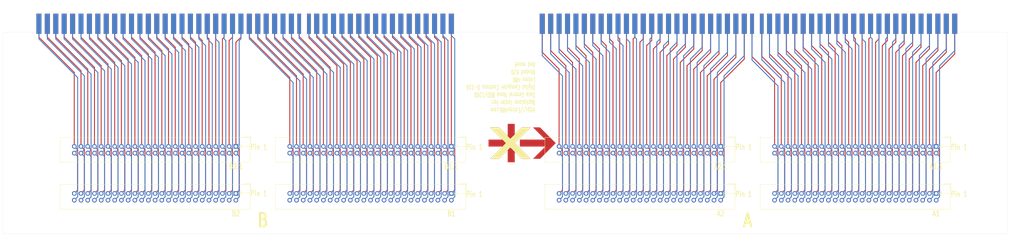
<source format=kicad_pcb>
(kicad_pcb (version 20221018) (generator pcbnew)
  (title_block (title "Backplane Tester Multiplexer Board") (rev "0.1"))
  (layers (0 "F.Cu" signal) (31 "B.Cu" signal) (34 "B.Paste" user) (35 "F.Paste" user) (36 "B.SilkS" user "B.Silkscreen") (37 "F.SilkS" user "F.Silkscreen") (38 "B.Mask" user) (39 "F.Mask" user) (44 "Edge.Cuts" user))
  (net 0 "")
  (net 1 "a01")
  (net 2 "a02")
  (net 3 "a03")
  (net 4 "a04")
  (net 5 "a05")
  (net 6 "a06")
  (net 7 "a07")
  (net 8 "a08")
  (net 9 "a09")
  (net 10 "a10")
  (net 11 "a11")
  (net 12 "a12")
  (net 13 "a13")
  (net 14 "a14")
  (net 15 "a15")
  (net 16 "a16")
  (net 17 "a17")
  (net 18 "a18")
  (net 19 "a19")
  (net 20 "a20")
  (net 21 "a21")
  (net 22 "a22")
  (net 23 "a23")
  (net 24 "a24")
  (net 25 "a25")
  (net 26 "a26")
  (net 27 "a27")
  (net 28 "a28")
  (net 29 "a29")
  (net 30 "a30")
  (net 31 "a31")
  (net 32 "a32")
  (net 33 "a33")
  (net 34 "a34")
  (net 35 "a35")
  (net 36 "a36")
  (net 37 "a37")
  (net 38 "a38")
  (net 39 "a39")
  (net 40 "a40")
  (net 41 "a41")
  (net 42 "a42")
  (net 43 "a43")
  (net 44 "a44")
  (net 45 "a45")
  (net 46 "a46")
  (net 47 "a47")
  (net 48 "a48")
  (net 49 "a49")
  (net 50 "a50")
  (net 51 "b01")
  (net 52 "b02")
  (net 53 "b03")
  (net 54 "b04")
  (net 55 "b05")
  (net 56 "b06")
  (net 57 "b07")
  (net 58 "b08")
  (net 59 "b09")
  (net 60 "b10")
  (net 61 "b11")
  (net 62 "b12")
  (net 63 "b13")
  (net 64 "b14")
  (net 65 "b15")
  (net 66 "b16")
  (net 67 "b17")
  (net 68 "b18")
  (net 69 "b19")
  (net 70 "b20")
  (net 71 "b21")
  (net 72 "b22")
  (net 73 "b23")
  (net 74 "b24")
  (net 75 "b25")
  (net 76 "b26")
  (net 77 "b27")
  (net 78 "b28")
  (net 79 "b29")
  (net 80 "b30")
  (net 81 "b31")
  (net 82 "b32")
  (net 83 "b33")
  (net 84 "b34")
  (net 85 "b35")
  (net 86 "b36")
  (net 87 "b37")
  (net 88 "b38")
  (net 89 "b39")
  (net 90 "b40")
  (net 91 "b41")
  (net 92 "b42")
  (net 93 "b43")
  (net 94 "b44")
  (net 95 "b45")
  (net 96 "b46")
  (net 97 "b47")
  (net 98 "b48")
  (net 99 "b49")
  (net 100 "b50")
  (net 101 "d50")
  (net 102 "d49")
  (net 103 "d48")
  (net 104 "d47")
  (net 105 "d46")
  (net 106 "d45")
  (net 107 "d44")
  (net 108 "d43")
  (net 109 "d42")
  (net 110 "d41")
  (net 111 "d40")
  (net 112 "d39")
  (net 113 "d38")
  (net 114 "d37")
  (net 115 "d36")
  (net 116 "d35")
  (net 117 "d34")
  (net 118 "d33")
  (net 119 "d32")
  (net 120 "d31")
  (net 121 "d30")
  (net 122 "d29")
  (net 123 "d28")
  (net 124 "d27")
  (net 125 "d26")
  (net 126 "d25")
  (net 127 "d24")
  (net 128 "d23")
  (net 129 "d22")
  (net 130 "d21")
  (net 131 "d20")
  (net 132 "d19")
  (net 133 "d18")
  (net 134 "d17")
  (net 135 "d16")
  (net 136 "d15")
  (net 137 "d14")
  (net 138 "d13")
  (net 139 "d12")
  (net 140 "d11")
  (net 141 "d10")
  (net 142 "d09")
  (net 143 "d08")
  (net 144 "d07")
  (net 145 "d06")
  (net 146 "d05")
  (net 147 "d04")
  (net 148 "d03")
  (net 149 "d02")
  (net 150 "d01")
  (net 151 "c50")
  (net 152 "c49")
  (net 153 "c48")
  (net 154 "c47")
  (net 155 "c46")
  (net 156 "c45")
  (net 157 "c44")
  (net 158 "c43")
  (net 159 "c42")
  (net 160 "c41")
  (net 161 "c40")
  (net 162 "c39")
  (net 163 "c38")
  (net 164 "c37")
  (net 165 "c36")
  (net 166 "c35")
  (net 167 "c34")
  (net 168 "c33")
  (net 169 "c32")
  (net 170 "c31")
  (net 171 "c30")
  (net 172 "c29")
  (net 173 "c28")
  (net 174 "c27")
  (net 175 "c26")
  (net 176 "c25")
  (net 177 "c24")
  (net 178 "c23")
  (net 179 "c22")
  (net 180 "c21")
  (net 181 "c20")
  (net 182 "c19")
  (net 183 "c18")
  (net 184 "c17")
  (net 185 "c16")
  (net 186 "c15")
  (net 187 "c14")
  (net 188 "c13")
  (net 189 "c12")
  (net 190 "c11")
  (net 191 "c10")
  (net 192 "c09")
  (net 193 "c08")
  (net 194 "c07")
  (net 195 "c06")
  (net 196 "c05")
  (net 197 "c04")
  (net 198 "c03")
  (net 199 "c02")
  (net 200 "c01")
  (footprint "Connector_IDC:IDC-Header_2x25_P2.54mm_Vertical" (layer "F.Cu") (at 372.11 92.71 -90)
    (fp_text reference "X1" hide)
    (fp_text value "Slot 1 A1")
  )
  (footprint "Connector_IDC:IDC-Header_2x25_P2.54mm_Vertical" (layer "F.Cu") (at 372.11 74.93 -90)
    (fp_text reference "X2")
    (fp_text value "Slot 1 A2")
  )
  (footprint "Connector_IDC:IDC-Header_2x25_P2.54mm_Vertical" (layer "F.Cu") (at 290.83 92.71 -90)
    (fp_text reference "X3")
    (fp_text value "Slot 1 B1")
  )
  (footprint "Connector_IDC:IDC-Header_2x25_P2.54mm_Vertical" (layer "F.Cu") (at 290.83 74.93 -90)
    (fp_text reference "X4")
    (fp_text value "Slot 1 B2")
  )
  (footprint "Connector_IDC:IDC-Header_2x25_P2.54mm_Vertical" (layer "F.Cu") (at 189.23 92.71 -90)
    (fp_text reference "X5")
    (fp_text value "Slot 2 A1")
  )
  (footprint "Connector_IDC:IDC-Header_2x25_P2.54mm_Vertical" (layer "F.Cu") (at 189.23 74.93 -90)
    (fp_text reference "X6")
    (fp_text value "Slot 2 A2")
  )
  (footprint "Connector_IDC:IDC-Header_2x25_P2.54mm_Vertical" (layer "F.Cu") (at 107.95 92.71 -90)
    (fp_text reference "X7")
    (fp_text value "Slot 2 B1")
  )
  (footprint "Connector_IDC:IDC-Header_2x25_P2.54mm_Vertical" (layer "F.Cu") (at 107.95 74.93 -90)
    (fp_text reference "X8")
    (fp_text value "Slot 2 B2")
  )
  (footprint "local:logoFullN" (layer "F.Cu") (at 215.9 73.66)
    (fp_text reference "G***" hide)
    (fp_text value "LOGO" hide)
  )
  (footprint "local:logoXN" (layer "F.Cu") (at 215.9 73.66)
    (fp_text reference "G***" hide)
    (fp_text value "LOGO" hide)
  )
  (footprint "local:portA_NovaMod" (layer "F.Cu") (at 379.095 28.575 180)
    (fp_text reference "J1")
    (fp_text value "portAB")
  )
  (footprint "local:portB_NovaMod" (layer "F.Cu") (at 189.23 28.575 180)
    (fp_text reference "J2")
    (fp_text value "portCD")
  )
  (gr_line (start 292.862 75.692) (end 292.862 74.93) (stroke (width 0.12)) (layer "F.SilkS"))
  (gr_line (start 373.888 74.93) (end 373.38 74.93) (stroke (width 0.12)) (layer "F.SilkS"))
  (gr_line (start 109.982 74.168) (end 109.22 74.93) (stroke (width 0.12)) (layer "F.SilkS"))
  (gr_line (start 373.38 92.71) (end 374.142 93.472) (stroke (width 0.12)) (layer "F.SilkS"))
  (gr_line (start 296.418 92.71) (end 292.608 92.71) (stroke (width 0.12)) (layer "F.SilkS"))
  (gr_line (start 191.262 74.168) (end 190.5 74.93) (stroke (width 0.12)) (layer "F.SilkS"))
  (gr_line (start 292.608 92.71) (end 292.1 92.71) (stroke (width 0.12)) (layer "F.SilkS"))
  (gr_line (start 292.608 74.93) (end 292.1 74.93) (stroke (width 0.12)) (layer "F.SilkS"))
  (gr_line (start 374.142 92.202) (end 374.142 91.948) (stroke (width 0.12)) (layer "F.SilkS"))
  (gr_line (start 109.982 91.948) (end 109.982 91.694) (stroke (width 0.12)) (layer "F.SilkS"))
  (gr_line (start 377.698 92.71) (end 373.888 92.71) (stroke (width 0.12)) (layer "F.SilkS"))
  (gr_line (start 109.982 74.422) (end 109.982 74.168) (stroke (width 0.12)) (layer "F.SilkS"))
  (gr_line (start 374.142 92.71) (end 374.142 92.202) (stroke (width 0.12)) (layer "F.SilkS"))
  (gr_line (start 109.728 92.456) (end 109.22 92.456) (stroke (width 0.12)) (layer "F.SilkS"))
  (gr_line (start 109.982 93.218) (end 109.982 92.456) (stroke (width 0.12)) (layer "F.SilkS"))
  (gr_line (start 374.142 74.168) (end 373.38 74.93) (stroke (width 0.12)) (layer "F.SilkS"))
  (gr_line (start 373.888 92.71) (end 373.38 92.71) (stroke (width 0.12)) (layer "F.SilkS"))
  (gr_line (start 292.862 74.422) (end 292.862 74.168) (stroke (width 0.12)) (layer "F.SilkS"))
  (gr_line (start 109.982 92.456) (end 109.982 91.948) (stroke (width 0.12)) (layer "F.SilkS"))
  (gr_line (start 109.982 74.93) (end 109.982 74.422) (stroke (width 0.12)) (layer "F.SilkS"))
  (gr_line (start 109.728 74.93) (end 109.22 74.93) (stroke (width 0.12)) (layer "F.SilkS"))
  (gr_line (start 190.5 92.71) (end 191.262 93.472) (stroke (width 0.12)) (layer "F.SilkS"))
  (gr_line (start 194.818 74.93) (end 191.008 74.93) (stroke (width 0.12)) (layer "F.SilkS"))
  (gr_line (start 292.1 92.71) (end 292.862 93.472) (stroke (width 0.12)) (layer "F.SilkS"))
  (gr_line (start 191.262 74.93) (end 191.262 74.422) (stroke (width 0.12)) (layer "F.SilkS"))
  (gr_line (start 109.982 91.694) (end 109.22 92.456) (stroke (width 0.12)) (layer "F.SilkS"))
  (gr_line (start 292.862 92.202) (end 292.862 91.948) (stroke (width 0.12)) (layer "F.SilkS"))
  (gr_line (start 292.862 93.472) (end 292.862 92.71) (stroke (width 0.12)) (layer "F.SilkS"))
  (gr_line (start 374.142 74.422) (end 374.142 74.168) (stroke (width 0.12)) (layer "F.SilkS"))
  (gr_line (start 292.862 74.93) (end 292.862 74.422) (stroke (width 0.12)) (layer "F.SilkS"))
  (gr_line (start 113.538 92.456) (end 109.728 92.456) (stroke (width 0.12)) (layer "F.SilkS"))
  (gr_line (start 109.22 92.456) (end 109.982 93.218) (stroke (width 0.12)) (layer "F.SilkS"))
  (gr_line (start 109.22 74.93) (end 109.982 75.692) (stroke (width 0.12)) (layer "F.SilkS"))
  (gr_line (start 292.862 74.168) (end 292.1 74.93) (stroke (width 0.12)) (layer "F.SilkS"))
  (gr_line (start 292.1 74.93) (end 292.862 75.692) (stroke (width 0.12)) (layer "F.SilkS"))
  (gr_line (start 373.38 74.93) (end 374.142 75.692) (stroke (width 0.12)) (layer "F.SilkS"))
  (gr_line (start 191.262 75.692) (end 191.262 74.93) (stroke (width 0.12)) (layer "F.SilkS"))
  (gr_line (start 377.698 74.93) (end 373.888 74.93) (stroke (width 0.12)) (layer "F.SilkS"))
  (gr_line (start 109.982 75.692) (end 109.982 74.93) (stroke (width 0.12)) (layer "F.SilkS"))
  (gr_line (start 374.142 74.93) (end 374.142 74.422) (stroke (width 0.12)) (layer "F.SilkS"))
  (gr_line (start 292.862 92.71) (end 292.862 92.202) (stroke (width 0.12)) (layer "F.SilkS"))
  (gr_line (start 191.008 74.93) (end 190.5 74.93) (stroke (width 0.12)) (layer "F.SilkS"))
  (gr_line (start 191.262 74.422) (end 191.262 74.168) (stroke (width 0.12)) (layer "F.SilkS"))
  (gr_line (start 190.5 74.93) (end 191.262 75.692) (stroke (width 0.12)) (layer "F.SilkS"))
  (gr_line (start 191.262 92.202) (end 191.262 91.948) (stroke (width 0.12)) (layer "F.SilkS"))
  (gr_line (start 191.008 92.71) (end 190.5 92.71) (stroke (width 0.12)) (layer "F.SilkS"))
  (gr_line (start 296.418 74.93) (end 292.608 74.93) (stroke (width 0.12)) (layer "F.SilkS"))
  (gr_line (start 374.142 75.692) (end 374.142 74.93) (stroke (width 0.12)) (layer "F.SilkS"))
  (gr_line (start 374.142 93.472) (end 374.142 92.71) (stroke (width 0.12)) (layer "F.SilkS"))
  (gr_line (start 113.538 74.93) (end 109.728 74.93) (stroke (width 0.12)) (layer "F.SilkS"))
  (gr_line (start 292.862 91.948) (end 292.1 92.71) (stroke (width 0.12)) (layer "F.SilkS"))
  (gr_line (start 374.142 91.948) (end 373.38 92.71) (stroke (width 0.12)) (layer "F.SilkS"))
  (gr_line (start 191.262 93.472) (end 191.262 92.71) (stroke (width 0.12)) (layer "F.SilkS"))
  (gr_line (start 194.818 92.71) (end 191.008 92.71) (stroke (width 0.12)) (layer "F.SilkS"))
  (gr_line (start 191.262 91.948) (end 190.5 92.71) (stroke (width 0.12)) (layer "F.SilkS"))
  (gr_line (start 191.262 92.71) (end 191.262 92.202) (stroke (width 0.12)) (layer "F.SilkS"))
  (gr_arc (start 222.25 24.765) (mid 222.435987 24.315987) (end 222.885 24.13) (stroke (width 0.05)) (layer "Edge.Cuts"))
  (gr_arc (start 189.865 24.13) (mid 190.314013 24.315987) (end 190.5 24.765) (stroke (width 0.05)) (layer "Edge.Cuts"))
  (gr_line (start 190.5 31.115) (end 190.5 24.765) (stroke (width 0.05)) (layer "Edge.Cuts"))
  (gr_line (start 191.135 31.75) (end 221.615 31.75) (stroke (width 0.05)) (layer "Edge.Cuts"))
  (gr_line (start 222.25 31.115) (end 222.25 24.765) (stroke (width 0.05)) (layer "Edge.Cuts"))
  (gr_line (start 189.865 24.13) (end 135.255 24.13) (stroke (width 0.05)) (layer "Edge.Cuts"))
  (gr_line (start 20.701 107.95) (end 398.399 107.95) (stroke (width 0.05)) (layer "Edge.Cuts"))
  (gr_line (start 399.034 107.315) (end 399.034 32.385) (stroke (width 0.05)) (layer "Edge.Cuts"))
  (gr_line (start 398.399 31.75) (end 381 31.75) (stroke (width 0.05)) (layer "Edge.Cuts"))
  (gr_line (start 380.365 31.115) (end 380.365 24.765) (stroke (width 0.05)) (layer "Edge.Cuts"))
  (gr_line (start 20.066 107.315) (end 20.066 32.385) (stroke (width 0.05)) (layer "Edge.Cuts"))
  (gr_line (start 31.75 31.75) (end 20.701 31.75) (stroke (width 0.05)) (layer "Edge.Cuts"))
  (gr_line (start 32.385 24.765) (end 32.385 31.115) (stroke (width 0.05)) (layer "Edge.Cuts"))
  (gr_line (start 305.435 24.765) (end 305.435 33.02) (stroke (width 0.05)) (layer "Edge.Cuts"))
  (gr_line (start 304.8 33.655) (end 304.165 33.655) (stroke (width 0.05)) (layer "Edge.Cuts"))
  (gr_line (start 303.53 33.02) (end 303.53 24.765) (stroke (width 0.05)) (layer "Edge.Cuts"))
  (gr_line (start 302.895 24.13) (end 222.885 24.13) (stroke (width 0.05)) (layer "Edge.Cuts"))
  (gr_line (start 134.62 24.765) (end 134.62 33.02) (stroke (width 0.05)) (layer "Edge.Cuts"))
  (gr_line (start 133.985 33.655) (end 133.35 33.655) (stroke (width 0.05)) (layer "Edge.Cuts"))
  (gr_line (start 132.715 33.02) (end 132.715 24.765) (stroke (width 0.05)) (layer "Edge.Cuts"))
  (gr_line (start 132.08 24.13) (end 33.02 24.13) (stroke (width 0.05)) (layer "Edge.Cuts"))
  (gr_arc (start 302.895 24.13) (mid 303.344013 24.315987) (end 303.53 24.765) (stroke (width 0.05)) (layer "Edge.Cuts"))
  (gr_arc (start 32.385 31.115) (mid 32.199013 31.564013) (end 31.75 31.75) (stroke (width 0.05)) (layer "Edge.Cuts"))
  (gr_arc (start 222.25 31.115) (mid 222.064013 31.564013) (end 221.615 31.75) (stroke (width 0.05)) (layer "Edge.Cuts"))
  (gr_arc (start 191.135 31.75) (mid 190.685987 31.564013) (end 190.5 31.115) (stroke (width 0.05)) (layer "Edge.Cuts"))
  (gr_arc (start 134.62 33.02) (mid 134.434013 33.469013) (end 133.985 33.655) (stroke (width 0.05)) (layer "Edge.Cuts"))
  (gr_arc (start 304.165 33.655) (mid 303.715987 33.469013) (end 303.53 33.02) (stroke (width 0.05)) (layer "Edge.Cuts"))
  (gr_arc (start 134.62 24.765) (mid 134.805987 24.315987) (end 135.255 24.13) (stroke (width 0.05)) (layer "Edge.Cuts"))
  (gr_arc (start 399.034 107.315) (mid 398.848013 107.764013) (end 398.399 107.95) (stroke (width 0.05)) (layer "Edge.Cuts"))
  (gr_arc (start 20.066 32.385) (mid 20.251987 31.935987) (end 20.701 31.75) (stroke (width 0.05)) (layer "Edge.Cuts"))
  (gr_arc (start 20.701 107.95) (mid 20.251987 107.764013) (end 20.066 107.315) (stroke (width 0.05)) (layer "Edge.Cuts"))
  (gr_arc (start 379.73 24.13) (mid 380.179013 24.315987) (end 380.365 24.765) (stroke (width 0.05)) (layer "Edge.Cuts"))
  (gr_line (start 379.73 24.13) (end 306.07 24.13) (stroke (width 0.05)) (layer "Edge.Cuts"))
  (gr_arc (start 381 31.75) (mid 380.550987 31.564013) (end 380.365 31.115) (stroke (width 0.05)) (layer "Edge.Cuts"))
  (gr_arc (start 133.35 33.655) (mid 132.900987 33.469013) (end 132.715 33.02) (stroke (width 0.05)) (layer "Edge.Cuts"))
  (gr_arc (start 398.399 31.75) (mid 398.848013 31.935987) (end 399.034 32.385) (stroke (width 0.05)) (layer "Edge.Cuts"))
  (gr_arc (start 32.385 24.765) (mid 32.570987 24.315987) (end 33.02 24.13) (stroke (width 0.05)) (layer "Edge.Cuts"))
  (gr_arc (start 132.08 24.13) (mid 132.529013 24.315987) (end 132.715 24.765) (stroke (width 0.05)) (layer "Edge.Cuts"))
  (gr_arc (start 305.435 24.765) (mid 305.620987 24.315987) (end 306.07 24.13) (stroke (width 0.05)) (layer "Edge.Cuts"))
  (gr_arc (start 305.435 33.02) (mid 305.249013 33.469013) (end 304.8 33.655) (stroke (width 0.05)) (layer "Edge.Cuts"))
  (gr_text "B" (at 118.11 102.87) (layer "F.SilkS") (effects (font (size 5.08 4.064) (thickness 0.762))))
  (gr_text "A2" (at 290.83 100.33) (layer "F.SilkS") (effects (font (size 2.032 1.524) (thickness 0.254))))
  (gr_text "A1" (at 372.11 100.33) (layer "F.SilkS") (effects (font (size 2.032 1.524) (thickness 0.254))))
  (gr_text "A2.1" (at 290.83 82.55) (layer "F.SilkS") (effects (font (size 2.032 1.524) (thickness 0.254))))
  (gr_text "A1.1" (at 372.11 82.55) (layer "F.SilkS") (effects (font (size 2.032 1.524) (thickness 0.254))))
  (gr_text "B2.1" (at 107.95 82.55) (layer "F.SilkS") (effects (font (size 2.032 1.524) (thickness 0.254))))
  (gr_text "B1" (at 189.23 100.33) (layer "F.SilkS") (effects (font (size 2.032 1.524) (thickness 0.254))))
  (gr_text "B2" (at 107.95 100.33) (layer "F.SilkS") (effects (font (size 2.032 1.524) (thickness 0.254))))
  (gr_text "B1.1" (at 189.23 82.55) (layer "F.SilkS") (effects (font (size 2.032 1.524) (thickness 0.254))))
  (gr_text "Pin 1" (at 116.586 75.184) (layer "F.SilkS") (effects (font (size 2.032 1.524) (thickness 0.254))))
  (gr_text "Pin 1" (at 299.466 92.964) (layer "F.SilkS") (effects (font (size 2.032 1.524) (thickness 0.254))))
  (gr_text "A" (at 300.99 102.87) (layer "F.SilkS") (effects (font (size 5.08 4.064) (thickness 0.762))))
  (gr_text "Pin 1" (at 197.866 75.184) (layer "F.SilkS") (effects (font (size 2.032 1.524) (thickness 0.254))))
  (gr_text "Pin 1" (at 380.746 92.964) (layer "F.SilkS") (effects (font (size 2.032 1.524) (thickness 0.254))))
  (gr_text "Pin 1" (at 116.586 92.71) (layer "F.SilkS") (effects (font (size 2.032 1.524) (thickness 0.254))))
  (gr_text "Pin 1" (at 380.746 75.184) (layer "F.SilkS") (effects (font (size 2.032 1.524) (thickness 0.254))))
  (gr_text "Pin 1" (at 299.466 75.184) (layer "F.SilkS") (effects (font (size 2.032 1.524) (thickness 0.254))))
  (gr_text "Pin 1" (at 197.866 92.964) (layer "F.SilkS") (effects (font (size 2.032 1.524) (thickness 0.254))))
  (gr_text "http://Entrex480.com\nBackplane Tester for:\nData General Nova 800/1200\nDigital Computer Controls D-116\nEntrex 480\nNixdorf 620\nAnd more!" (at 220.98 52.578 180) (layer "F.SilkS") (effects (font (size 1.778 1.016) (thickness 0.2032)) (justify left)))
  (segment (start 373.38 76.2) (end 372.11 74.93) (width 0.35) (layer "F.Cu") (net 1))
  (segment (start 373.38 91.44) (end 373.38 76.2) (width 0.35) (layer "F.Cu") (net 1))
  (segment (start 372.11 46.99) (end 379.095 40.005) (width 0.35) (layer "F.Cu") (net 1))
  (segment (start 379.095 40.005) (end 379.095 28.575) (width 0.35) (layer "F.Cu") (net 1))
  (segment (start 372.11 74.93) (end 372.11 46.99) (width 0.35) (layer "F.Cu") (net 1))
  (segment (start 372.11 92.71) (end 373.38 91.44) (width 0.35) (layer "F.Cu") (net 1))
  (segment (start 373.38 93.98) (end 373.38 78.74) (width 0.35) (layer "B.Cu") (net 2))
  (segment (start 373.38 78.74) (end 372.11 77.47) (width 0.35) (layer "B.Cu") (net 2))
  (segment (start 379.095 38.735) (end 379.095 28.575) (width 0.35) (layer "B.Cu") (net 2))
  (segment (start 373.38 44.45) (end 379.095 38.735) (width 0.35) (layer "B.Cu") (net 2))
  (segment (start 372.11 77.47) (end 373.38 76.2) (width 0.35) (layer "B.Cu") (net 2))
  (segment (start 373.38 76.2) (end 373.38 44.45) (width 0.35) (layer "B.Cu") (net 2))
  (segment (start 372.11 95.25) (end 373.38 93.98) (width 0.35) (layer "B.Cu") (net 2))
  (segment (start 369.57 74.93) (end 369.57 45.72) (width 0.35) (layer "F.Cu") (net 3))
  (segment (start 375.92 39.37) (end 375.92 28.575) (width 0.35) (layer "F.Cu") (net 3))
  (segment (start 370.84 91.44) (end 370.84 76.2) (width 0.35) (layer "F.Cu") (net 3))
  (segment (start 369.57 45.72) (end 375.92 39.37) (width 0.35) (layer "F.Cu") (net 3))
  (segment (start 370.84 76.2) (end 369.57 74.93) (width 0.35) (layer "F.Cu") (net 3))
  (segment (start 369.57 92.71) (end 370.84 91.44) (width 0.35) (layer "F.Cu") (net 3))
  (segment (start 370.84 93.98) (end 370.84 78.74) (width 0.35) (layer "B.Cu") (net 4))
  (segment (start 369.57 77.47) (end 370.84 76.2) (width 0.35) (layer "B.Cu") (net 4))
  (segment (start 369.57 95.25) (end 370.84 93.98) (width 0.35) (layer "B.Cu") (net 4))
  (segment (start 370.84 76.2) (end 370.84 43.18) (width 0.35) (layer "B.Cu") (net 4))
  (segment (start 375.92 38.1) (end 375.92 28.575) (width 0.35) (layer "B.Cu") (net 4))
  (segment (start 370.84 43.18) (end 375.92 38.1) (width 0.35) (layer "B.Cu") (net 4))
  (segment (start 370.84 78.74) (end 369.57 77.47) (width 0.35) (layer "B.Cu") (net 4))
  (segment (start 372.745 38.735) (end 372.745 28.575) (width 0.35) (layer "F.Cu") (net 5))
  (segment (start 367.03 74.93) (end 367.03 44.45) (width 0.35) (layer "F.Cu") (net 5))
  (segment (start 368.3 76.2) (end 367.03 74.93) (width 0.35) (layer "F.Cu") (net 5))
  (segment (start 367.03 92.71) (end 368.3 91.44) (width 0.35) (layer "F.Cu") (net 5))
  (segment (start 367.03 44.45) (end 372.745 38.735) (width 0.35) (layer "F.Cu") (net 5))
  (segment (start 368.3 91.44) (end 368.3 76.2) (width 0.35) (layer "F.Cu") (net 5))
  (segment (start 368.3 76.2) (end 368.3 41.91) (width 0.35) (layer "B.Cu") (net 6))
  (segment (start 372.745 37.465) (end 372.745 28.575) (width 0.35) (layer "B.Cu") (net 6))
  (segment (start 367.03 77.47) (end 368.3 76.2) (width 0.35) (layer "B.Cu") (net 6))
  (segment (start 368.3 93.98) (end 368.3 78.74) (width 0.35) (layer "B.Cu") (net 6))
  (segment (start 367.03 95.25) (end 368.3 93.98) (width 0.35) (layer "B.Cu") (net 6))
  (segment (start 368.3 41.91) (end 372.745 37.465) (width 0.35) (layer "B.Cu") (net 6))
  (segment (start 368.3 78.74) (end 367.03 77.47) (width 0.35) (layer "B.Cu") (net 6))
  (segment (start 365.76 91.44) (end 364.49 92.71) (width 0.35) (layer "F.Cu") (net 7))
  (segment (start 364.49 74.93) (end 364.49 43.18) (width 0.35) (layer "F.Cu") (net 7))
  (segment (start 364.49 43.18) (end 369.57 38.1) (width 0.35) (layer "F.Cu") (net 7))
  (segment (start 369.57 38.1) (end 369.57 28.575) (width 0.35) (layer "F.Cu") (net 7))
  (segment (start 365.76 76.2) (end 365.76 91.44) (width 0.35) (layer "F.Cu") (net 7))
  (segment (start 364.49 74.93) (end 365.76 76.2) (width 0.35) (layer "F.Cu") (net 7))
  (segment (start 365.76 76.2) (end 365.76 40.64) (width 0.35) (layer "B.Cu") (net 8))
  (segment (start 365.76 78.74) (end 364.49 77.47) (width 0.35) (layer "B.Cu") (net 8))
  (segment (start 364.49 77.47) (end 365.76 76.2) (width 0.35) (layer "B.Cu") (net 8))
  (segment (start 364.49 95.25) (end 365.76 93.98) (width 0.35) (layer "B.Cu") (net 8))
  (segment (start 365.76 93.98) (end 365.76 78.74) (width 0.35) (layer "B.Cu") (net 8))
  (segment (start 369.57 36.83) (end 369.57 28.575) (width 0.35) (layer "B.Cu") (net 8))
  (segment (start 365.76 40.64) (end 369.57 36.83) (width 0.35) (layer "B.Cu") (net 8))
  (segment (start 363.22 91.44) (end 363.22 76.2) (width 0.35) (layer "F.Cu") (net 9))
  (segment (start 361.95 41.91) (end 366.395 37.465) (width 0.35) (layer "F.Cu") (net 9))
  (segment (start 363.22 76.2) (end 361.95 74.93) (width 0.35) (layer "F.Cu") (net 9))
  (segment (start 366.395 37.465) (end 366.395 28.575) (width 0.35) (layer "F.Cu") (net 9))
  (segment (start 361.95 92.71) (end 363.22 91.44) (width 0.35) (layer "F.Cu") (net 9))
  (segment (start 361.95 74.93) (end 361.95 41.91) (width 0.35) (layer "F.Cu") (net 9))
  (segment (start 363.22 39.37) (end 366.395 36.195) (width 0.35) (layer "B.Cu") (net 10))
  (segment (start 361.95 77.47) (end 363.22 76.2) (width 0.35) (layer "B.Cu") (net 10))
  (segment (start 363.22 78.74) (end 361.95 77.47) (width 0.35) (layer "B.Cu") (net 10))
  (segment (start 361.95 95.25) (end 363.22 93.98) (width 0.35) (layer "B.Cu") (net 10))
  (segment (start 363.22 76.2) (end 363.22 39.37) (width 0.35) (layer "B.Cu") (net 10))
  (segment (start 363.22 93.98) (end 363.22 78.74) (width 0.35) (layer "B.Cu") (net 10))
  (segment (start 366.395 36.195) (end 366.395 28.575) (width 0.35) (layer "B.Cu") (net 10))
  (segment (start 360.68 76.2) (end 360.68 91.44) (width 0.35) (layer "F.Cu") (net 11))
  (segment (start 359.41 40.64) (end 363.22 36.83) (width 0.35) (layer "F.Cu") (net 11))
  (segment (start 359.41 74.93) (end 359.41 40.64) (width 0.35) (layer "F.Cu") (net 11))
  (segment (start 363.22 36.83) (end 363.22 28.575) (width 0.35) (layer "F.Cu") (net 11))
  (segment (start 360.68 91.44) (end 359.41 92.71) (width 0.35) (layer "F.Cu") (net 11))
  (segment (start 359.41 74.93) (end 360.68 76.2) (width 0.35) (layer "F.Cu") (net 11))
  (segment (start 363.22 35.56) (end 363.22 28.575) (width 0.35) (layer "B.Cu") (net 12))
  (segment (start 359.41 95.25) (end 360.68 93.98) (width 0.35) (layer "B.Cu") (net 12))
  (segment (start 359.41 77.47) (end 360.68 76.2) (width 0.35) (layer "B.Cu") (net 12))
  (segment (start 360.68 78.74) (end 359.41 77.47) (width 0.35) (layer "B.Cu") (net 12))
  (segment (start 360.68 93.98) (end 360.68 78.74) (width 0.35) (layer "B.Cu") (net 12))
  (segment (start 360.68 76.2) (end 360.68 38.1) (width 0.35) (layer "B.Cu") (net 12))
  (segment (start 360.68 38.1) (end 363.22 35.56) (width 0.35) (layer "B.Cu") (net 12))
  (segment (start 358.14 76.2) (end 356.87 74.93) (width 0.35) (layer "F.Cu") (net 13))
  (segment (start 360.045 36.195) (end 360.045 28.575) (width 0.35) (layer "F.Cu") (net 13))
  (segment (start 356.87 74.93) (end 356.87 39.37) (width 0.35) (layer "F.Cu") (net 13))
  (segment (start 356.87 39.37) (end 360.045 36.195) (width 0.35) (layer "F.Cu") (net 13))
  (segment (start 356.87 92.71) (end 358.14 91.44) (width 0.35) (layer "F.Cu") (net 13))
  (segment (start 358.14 91.44) (end 358.14 76.2) (width 0.35) (layer "F.Cu") (net 13))
  (segment (start 358.14 93.98) (end 358.14 78.74) (width 0.35) (layer "B.Cu") (net 14))
  (segment (start 360.045 34.925) (end 360.045 28.575) (width 0.35) (layer "B.Cu") (net 14))
  (segment (start 356.87 95.25) (end 358.14 93.98) (width 0.35) (layer "B.Cu") (net 14))
  (segment (start 356.87 77.47) (end 358.14 76.2) (width 0.35) (layer "B.Cu") (net 14))
  (segment (start 358.14 36.83) (end 360.045 34.925) (width 0.35) (layer "B.Cu") (net 14))
  (segment (start 358.14 78.74) (end 356.87 77.47) (width 0.35) (layer "B.Cu") (net 14))
  (segment (start 358.14 76.2) (end 358.14 36.83) (width 0.35) (layer "B.Cu") (net 14))
  (segment (start 355.6 91.44) (end 354.33 92.71) (width 0.35) (layer "F.Cu") (net 15))
  (segment (start 356.87 35.56) (end 356.87 28.575) (width 0.35) (layer "F.Cu") (net 15))
  (segment (start 354.33 74.93) (end 355.6 76.2) (width 0.35) (layer "F.Cu") (net 15))
  (segment (start 354.33 74.93) (end 354.33 38.1) (width 0.35) (layer "F.Cu") (net 15))
  (segment (start 354.33 38.1) (end 356.87 35.56) (width 0.35) (layer "F.Cu") (net 15))
  (segment (start 355.6 76.2) (end 355.6 91.44) (width 0.35) (layer "F.Cu") (net 15))
  (segment (start 354.33 95.25) (end 355.6 93.98) (width 0.35) (layer "B.Cu") (net 16))
  (segment (start 355.6 35.56) (end 356.87 34.29) (width 0.35) (layer "B.Cu") (net 16))
  (segment (start 354.33 77.47) (end 355.6 76.2) (width 0.35) (layer "B.Cu") (net 16))
  (segment (start 355.6 78.74) (end 354.33 77.47) (width 0.35) (layer "B.Cu") (net 16))
  (segment (start 356.87 34.29) (end 356.87 28.575) (width 0.35) (layer "B.Cu") (net 16))
  (segment (start 355.6 93.98) (end 355.6 78.74) (width 0.35) (layer "B.Cu") (net 16))
  (segment (start 355.6 76.2) (end 355.6 35.56) (width 0.35) (layer "B.Cu") (net 16))
  (segment (start 351.79 36.83) (end 353.695 34.925) (width 0.35) (layer "F.Cu") (net 17))
  (segment (start 351.79 92.71) (end 353.06 91.44) (width 0.35) (layer "F.Cu") (net 17))
  (segment (start 353.06 76.2) (end 351.79 74.93) (width 0.35) (layer "F.Cu") (net 17))
  (segment (start 353.695 34.925) (end 353.695 28.575) (width 0.35) (layer "F.Cu") (net 17))
  (segment (start 351.79 74.93) (end 351.79 36.83) (width 0.35) (layer "F.Cu") (net 17))
  (segment (start 353.06 91.44) (end 353.06 76.2) (width 0.35) (layer "F.Cu") (net 17))
  (segment (start 353.695 33.655) (end 353.695 28.575) (width 0.35) (layer "B.Cu") (net 18))
  (segment (start 351.79 95.25) (end 353.06 93.98) (width 0.35) (layer "B.Cu") (net 18))
  (segment (start 353.06 93.98) (end 353.06 78.74) (width 0.35) (layer "B.Cu") (net 18))
  (segment (start 351.79 77.47) (end 353.06 76.2) (width 0.35) (layer "B.Cu") (net 18))
  (segment (start 353.06 76.2) (end 353.06 34.29) (width 0.35) (layer "B.Cu") (net 18))
  (segment (start 353.06 34.29) (end 353.695 33.655) (width 0.35) (layer "B.Cu") (net 18))
  (segment (start 353.06 78.74) (end 351.79 77.47) (width 0.35) (layer "B.Cu") (net 18))
  (segment (start 349.25 74.93) (end 349.25 35.56) (width 0.35) (layer "F.Cu") (net 19))
  (segment (start 350.52 34.29) (end 350.52 28.575) (width 0.35) (layer "F.Cu") (net 19))
  (segment (start 349.25 74.93) (end 350.52 76.2) (width 0.35) (layer "F.Cu") (net 19))
  (segment (start 350.52 76.2) (end 350.52 91.44) (width 0.35) (layer "F.Cu") (net 19))
  (segment (start 349.25 35.56) (end 350.52 34.29) (width 0.35) (layer "F.Cu") (net 19))
  (segment (start 350.52 91.44) (end 349.25 92.71) (width 0.35) (layer "F.Cu") (net 19))
  (segment (start 350.52 93.98) (end 350.52 78.74) (width 0.35) (layer "B.Cu") (net 20))
  (segment (start 350.52 78.74) (end 349.25 77.47) (width 0.35) (layer "B.Cu") (net 20))
  (segment (start 350.52 76.2) (end 350.52 28.575) (width 0.35) (layer "B.Cu") (net 20))
  (segment (start 349.25 95.25) (end 350.52 93.98) (width 0.35) (layer "B.Cu") (net 20))
  (segment (start 349.25 77.47) (end 350.52 76.2) (width 0.35) (layer "B.Cu") (net 20))
  (segment (start 347.98 91.44) (end 347.98 76.2) (width 0.35) (layer "F.Cu") (net 21))
  (segment (start 346.71 34.29) (end 347.345 33.655) (width 0.35) (layer "F.Cu") (net 21))
  (segment (start 346.71 92.71) (end 347.98 91.44) (width 0.35) (layer "F.Cu") (net 21))
  (segment (start 347.345 33.655) (end 347.345 28.575) (width 0.35) (layer "F.Cu") (net 21))
  (segment (start 347.98 76.2) (end 346.71 74.93) (width 0.35) (layer "F.Cu") (net 21))
  (segment (start 346.71 74.93) (end 346.71 34.29) (width 0.35) (layer "F.Cu") (net 21))
  (segment (start 347.345 33.655) (end 347.345 28.575) (width 0.35) (layer "B.Cu") (net 22))
  (segment (start 347.98 34.29) (end 347.345 33.655) (width 0.35) (layer "B.Cu") (net 22))
  (segment (start 346.71 95.25) (end 347.98 93.98) (width 0.35) (layer "B.Cu") (net 22))
  (segment (start 347.98 78.74) (end 346.71 77.47) (width 0.35) (layer "B.Cu") (net 22))
  (segment (start 347.98 76.2) (end 347.98 34.29) (width 0.35) (layer "B.Cu") (net 22))
  (segment (start 346.71 77.47) (end 347.98 76.2) (width 0.35) (layer "B.Cu") (net 22))
  (segment (start 347.98 93.98) (end 347.98 78.74) (width 0.35) (layer "B.Cu") (net 22))
  (segment (start 344.17 74.93) (end 344.17 28.575) (width 0.35) (layer "F.Cu") (net 23))
  (segment (start 345.44 91.44) (end 344.17 92.71) (width 0.35) (layer "F.Cu") (net 23))
  (segment (start 344.17 74.93) (end 345.44 76.2) (width 0.35) (layer "F.Cu") (net 23))
  (segment (start 345.44 76.2) (end 345.44 91.44) (width 0.35) (layer "F.Cu") (net 23))
  (segment (start 345.44 35.56) (end 344.17 34.29) (width 0.35) (layer "B.Cu") (net 24))
  (segment (start 344.17 77.47) (end 345.44 76.2) (width 0.35) (layer "B.Cu") (net 24))
  (segment (start 345.44 78.74) (end 344.17 77.47) (width 0.35) (layer "B.Cu") (net 24))
  (segment (start 345.44 93.98) (end 345.44 78.74) (width 0.35) (layer "B.Cu") (net 24))
  (segment (start 345.44 76.2) (end 345.44 35.56) (width 0.35) (layer "B.Cu") (net 24))
  (segment (start 344.17 34.29) (end 344.17 28.575) (width 0.35) (layer "B.Cu") (net 24))
  (segment (start 344.17 95.25) (end 345.44 93.98) (width 0.35) (layer "B.Cu") (net 24))
  (segment (start 341.63 92.71) (end 342.9 91.44) (width 0.35) (layer "F.Cu") (net 25))
  (segment (start 342.9 76.2) (end 341.63 74.93) (width 0.35) (layer "F.Cu") (net 25))
  (segment (start 341.63 74.93) (end 341.63 34.29) (width 0.35) (layer "F.Cu") (net 25))
  (segment (start 341.63 34.29) (end 340.995 33.655) (width 0.35) (layer "F.Cu") (net 25))
  (segment (start 342.9 91.44) (end 342.9 76.2) (width 0.35) (layer "F.Cu") (net 25))
  (segment (start 340.995 33.655) (end 340.995 28.575) (width 0.35) (layer "F.Cu") (net 25))
  (segment (start 341.63 77.47) (end 342.9 76.2) (width 0.35) (layer "B.Cu") (net 26))
  (segment (start 342.9 78.74) (end 341.63 77.47) (width 0.35) (layer "B.Cu") (net 26))
  (segment (start 342.9 93.98) (end 342.9 78.74) (width 0.35) (layer "B.Cu") (net 26))
  (segment (start 342.9 76.2) (end 342.9 36.83) (width 0.35) (layer "B.Cu") (net 26))
  (segment (start 341.63 95.25) (end 342.9 93.98) (width 0.35) (layer "B.Cu") (net 26))
  (segment (start 340.995 34.925) (end 340.995 28.575) (width 0.35) (layer "B.Cu") (net 26))
  (segment (start 342.9 36.83) (end 340.995 34.925) (width 0.35) (layer "B.Cu") (net 26))
  (segment (start 340.36 91.44) (end 340.36 76.2) (width 0.35) (layer "F.Cu") (net 27))
  (segment (start 339.09 35.56) (end 337.82 34.29) (width 0.35) (layer "F.Cu") (net 27))
  (segment (start 339.09 92.71) (end 340.36 91.44) (width 0.35) (layer "F.Cu") (net 27))
  (segment (start 340.36 76.2) (end 339.09 74.93) (width 0.35) (layer "F.Cu") (net 27))
  (segment (start 339.09 74.93) (end 339.09 35.56) (width 0.35) (layer "F.Cu") (net 27))
  (segment (start 337.82 34.29) (end 337.82 28.575) (width 0.35) (layer "F.Cu") (net 27))
  (segment (start 340.36 76.2) (end 340.36 38.1) (width 0.35) (layer "B.Cu") (net 28))
  (segment (start 339.09 77.47) (end 340.36 76.2) (width 0.35) (layer "B.Cu") (net 28))
  (segment (start 340.36 93.98) (end 340.36 78.74) (width 0.35) (layer "B.Cu") (net 28))
  (segment (start 340.36 78.74) (end 339.09 77.47) (width 0.35) (layer "B.Cu") (net 28))
  (segment (start 339.09 95.25) (end 340.36 93.98) (width 0.35) (layer "B.Cu") (net 28))
  (segment (start 337.82 35.56) (end 337.82 28.575) (width 0.35) (layer "B.Cu") (net 28))
  (segment (start 340.36 38.1) (end 337.82 35.56) (width 0.35) (layer "B.Cu") (net 28))
  (segment (start 334.645 34.925) (end 334.645 28.575) (width 0.35) (layer "F.Cu") (net 29))
  (segment (start 336.55 36.83) (end 334.645 34.925) (width 0.35) (layer "F.Cu") (net 29))
  (segment (start 337.82 76.2) (end 336.55 74.93) (width 0.35) (layer "F.Cu") (net 29))
  (segment (start 336.55 74.93) (end 336.55 36.83) (width 0.35) (layer "F.Cu") (net 29))
  (segment (start 337.82 91.44) (end 337.82 76.2) (width 0.35) (layer "F.Cu") (net 29))
  (segment (start 336.55 92.71) (end 337.82 91.44) (width 0.35) (layer "F.Cu") (net 29))
  (segment (start 336.55 95.25) (end 337.82 93.98) (width 0.35) (layer "B.Cu") (net 30))
  (segment (start 336.55 77.47) (end 337.82 76.2) (width 0.35) (layer "B.Cu") (net 30))
  (segment (start 337.82 78.74) (end 336.55 77.47) (width 0.35) (layer "B.Cu") (net 30))
  (segment (start 337.82 39.37) (end 334.645 36.195) (width 0.35) (layer "B.Cu") (net 30))
  (segment (start 334.645 36.195) (end 334.645 28.575) (width 0.35) (layer "B.Cu") (net 30))
  (segment (start 337.82 93.98) (end 337.82 78.74) (width 0.35) (layer "B.Cu") (net 30))
  (segment (start 337.82 76.2) (end 337.82 39.37) (width 0.35) (layer "B.Cu") (net 30))
  (segment (start 334.01 38.1) (end 331.47 35.56) (width 0.35) (layer "F.Cu") (net 31))
  (segment (start 335.28 76.2) (end 334.01 74.93) (width 0.35) (layer "F.Cu") (net 31))
  (segment (start 334.01 74.93) (end 334.01 38.1) (width 0.35) (layer "F.Cu") (net 31))
  (segment (start 331.47 35.56) (end 331.47 28.575) (width 0.35) (layer "F.Cu") (net 31))
  (segment (start 335.28 91.44) (end 335.28 76.2) (width 0.35) (layer "F.Cu") (net 31))
  (segment (start 334.01 92.71) (end 335.28 91.44) (width 0.35) (layer "F.Cu") (net 31))
  (segment (start 334.01 77.47) (end 335.28 76.2) (width 0.35) (layer "B.Cu") (net 32))
  (segment (start 335.28 76.2) (end 335.28 40.64) (width 0.35) (layer "B.Cu") (net 32))
  (segment (start 335.28 78.74) (end 334.01 77.47) (width 0.35) (layer "B.Cu") (net 32))
  (segment (start 335.28 93.98) (end 335.28 78.74) (width 0.35) (layer "B.Cu") (net 32))
  (segment (start 331.47 36.83) (end 331.47 28.575) (width 0.35) (layer "B.Cu") (net 32))
  (segment (start 334.01 95.25) (end 335.28 93.98) (width 0.35) (layer "B.Cu") (net 32))
  (segment (start 335.28 40.64) (end 331.47 36.83) (width 0.35) (layer "B.Cu") (net 32))
  (segment (start 328.295 36.195) (end 328.295 28.575) (width 0.35) (layer "F.Cu") (net 33))
  (segment (start 331.47 92.71) (end 332.74 91.44) (width 0.35) (layer "F.Cu") (net 33))
  (segment (start 331.47 74.93) (end 331.47 39.37) (width 0.35) (layer "F.Cu") (net 33))
  (segment (start 332.74 76.2) (end 331.47 74.93) (width 0.35) (layer "F.Cu") (net 33))
  (segment (start 332.74 91.44) (end 332.74 76.2) (width 0.35) (layer "F.Cu") (net 33))
  (segment (start 331.47 39.37) (end 328.295 36.195) (width 0.35) (layer "F.Cu") (net 33))
  (segment (start 328.295 37.465) (end 328.295 28.575) (width 0.35) (layer "B.Cu") (net 34))
  (segment (start 332.74 78.74) (end 331.47 77.47) (width 0.35) (layer "B.Cu") (net 34))
  (segment (start 332.74 76.2) (end 332.74 41.91) (width 0.35) (layer "B.Cu") (net 34))
  (segment (start 331.47 77.47) (end 332.74 76.2) (width 0.35) (layer "B.Cu") (net 34))
  (segment (start 331.47 95.25) (end 332.74 93.98) (width 0.35) (layer "B.Cu") (net 34))
  (segment (start 332.74 41.91) (end 328.295 37.465) (width 0.35) (layer "B.Cu") (net 34))
  (segment (start 332.74 93.98) (end 332.74 78.74) (width 0.35) (layer "B.Cu") (net 34))
  (segment (start 330.2 76.2) (end 328.93 74.93) (width 0.35) (layer "F.Cu") (net 35))
  (segment (start 330.2 91.44) (end 330.2 76.2) (width 0.35) (layer "F.Cu") (net 35))
  (segment (start 328.93 40.64) (end 325.12 36.83) (width 0.35) (layer "F.Cu") (net 35))
  (segment (start 328.93 92.71) (end 330.2 91.44) (width 0.35) (layer "F.Cu") (net 35))
  (segment (start 325.12 36.83) (end 325.12 28.575) (width 0.35) (layer "F.Cu") (net 35))
  (segment (start 328.93 74.93) (end 328.93 40.64) (width 0.35) (layer "F.Cu") (net 35))
  (segment (start 328.93 95.25) (end 330.2 93.98) (width 0.35) (layer "B.Cu") (net 36))
  (segment (start 328.93 77.47) (end 330.2 76.2) (width 0.35) (layer "B.Cu") (net 36))
  (segment (start 330.2 76.2) (end 330.2 43.18) (width 0.35) (layer "B.Cu") (net 36))
  (segment (start 330.2 43.18) (end 325.12 38.1) (width 0.35) (layer "B.Cu") (net 36))
  (segment (start 330.2 93.98) (end 330.2 78.74) (width 0.35) (layer "B.Cu") (net 36))
  (segment (start 330.2 78.74) (end 328.93 77.47) (width 0.35) (layer "B.Cu") (net 36))
  (segment (start 325.12 38.1) (end 325.12 28.575) (width 0.35) (layer "B.Cu") (net 36))
  (segment (start 326.39 41.91) (end 321.945 37.465) (width 0.35) (layer "F.Cu") (net 37))
  (segment (start 327.66 91.44) (end 327.66 76.2) (width 0.35) (layer "F.Cu") (net 37))
  (segment (start 326.39 74.93) (end 326.39 41.91) (width 0.35) (layer "F.Cu") (net 37))
  (segment (start 326.39 92.71) (end 327.66 91.44) (width 0.35) (layer "F.Cu") (net 37))
  (segment (start 327.66 76.2) (end 326.39 74.93) (width 0.35) (layer "F.Cu") (net 37))
  (segment (start 321.945 37.465) (end 321.945 28.575) (width 0.35) (layer "F.Cu") (net 37))
  (segment (start 327.66 78.74) (end 326.39 77.47) (width 0.35) (layer "B.Cu") (net 38))
  (segment (start 327.66 44.45) (end 321.945 38.735) (width 0.35) (layer "B.Cu") (net 38))
  (segment (start 327.66 76.2) (end 327.66 44.45) (width 0.35) (layer "B.Cu") (net 38))
  (segment (start 321.945 38.735) (end 321.945 28.575) (width 0.35) (layer "B.Cu") (net 38))
  (segment (start 326.39 77.47) (end 327.66 76.2) (width 0.35) (layer "B.Cu") (net 38))
  (segment (start 326.39 95.25) (end 327.66 93.98) (width 0.35) (layer "B.Cu") (net 38))
  (segment (start 327.66 93.98) (end 327.66 78.74) (width 0.35) (layer "B.Cu") (net 38))
  (segment (start 323.85 92.71) (end 325.12 91.44) (width 0.35) (layer "F.Cu") (net 39))
  (segment (start 323.85 74.93) (end 323.85 43.18) (width 0.35) (layer "F.Cu") (net 39))
  (segment (start 325.12 91.44) (end 325.12 76.2) (width 0.35) (layer "F.Cu") (net 39))
  (segment (start 323.85 43.18) (end 318.77 38.1) (width 0.35) (layer "F.Cu") (net 39))
  (segment (start 318.77 38.1) (end 318.77 28.575) (width 0.35) (layer "F.Cu") (net 39))
  (segment (start 325.12 76.2) (end 323.85 74.93) (width 0.35) (layer "F.Cu") (net 39))
  (segment (start 323.85 95.25) (end 325.12 93.98) (width 0.35) (layer "B.Cu") (net 40))
  (segment (start 325.12 76.2) (end 325.12 45.72) (width 0.35) (layer "B.Cu") (net 40))
  (segment (start 325.12 45.72) (end 318.77 39.37) (width 0.35) (layer "B.Cu") (net 40))
  (segment (start 325.12 93.98) (end 325.12 78.74) (width 0.35) (layer "B.Cu") (net 40))
  (segment (start 325.12 78.74) (end 323.85 77.47) (width 0.35) (layer "B.Cu") (net 40))
  (segment (start 323.85 77.47) (end 325.12 76.2) (width 0.35) (layer "B.Cu") (net 40))
  (segment (start 318.77 39.37) (end 318.77 28.575) (width 0.35) (layer "B.Cu") (net 40))
  (segment (start 321.31 74.93) (end 321.31 44.45) (width 0.35) (layer "F.Cu") (net 41))
  (segment (start 315.595 38.735) (end 315.595 28.575) (width 0.35) (layer "F.Cu") (net 41))
  (segment (start 321.31 44.45) (end 315.595 38.735) (width 0.35) (layer "F.Cu") (net 41))
  (segment (start 321.31 92.71) (end 322.58 91.44) (width 0.35) (layer "F.Cu") (net 41))
  (segment (start 322.58 91.44) (end 322.58 76.2) (width 0.35) (layer "F.Cu") (net 41))
  (segment (start 322.58 76.2) (end 321.31 74.93) (width 0.35) (layer "F.Cu") (net 41))
  (segment (start 321.31 95.25) (end 322.58 93.98) (width 0.35) (layer "B.Cu") (net 42))
  (segment (start 321.31 77.47) (end 322.58 76.2) (width 0.35) (layer "B.Cu") (net 42))
  (segment (start 322.58 46.99) (end 315.595 40.005) (width 0.35) (layer "B.Cu") (net 42))
  (segment (start 315.595 40.005) (end 315.595 28.575) (width 0.35) (layer "B.Cu") (net 42))
  (segment (start 322.58 93.98) (end 322.58 78.74) (width 0.35) (layer "B.Cu") (net 42))
  (segment (start 322.58 76.2) (end 322.58 46.99) (width 0.35) (layer "B.Cu") (net 42))
  (segment (start 322.58 78.74) (end 321.31 77.47) (width 0.35) (layer "B.Cu") (net 42))
  (segment (start 320.04 76.2) (end 318.77 74.93) (width 0.35) (layer "F.Cu") (net 43))
  (segment (start 318.77 45.72) (end 312.42 39.37) (width 0.35) (layer "F.Cu") (net 43))
  (segment (start 320.04 91.44) (end 320.04 76.2) (width 0.35) (layer "F.Cu") (net 43))
  (segment (start 312.42 39.37) (end 312.42 28.575) (width 0.35) (layer "F.Cu") (net 43))
  (segment (start 318.77 74.93) (end 318.77 45.72) (width 0.35) (layer "F.Cu") (net 43))
  (segment (start 318.77 92.71) (end 320.04 91.44) (width 0.35) (layer "F.Cu") (net 43))
  (segment (start 320.04 48.26) (end 312.42 40.64) (width 0.35) (layer "B.Cu") (net 44))
  (segment (start 320.04 93.98) (end 320.04 78.74) (width 0.35) (layer "B.Cu") (net 44))
  (segment (start 320.04 78.74) (end 318.77 77.47) (width 0.35) (layer "B.Cu") (net 44))
  (segment (start 312.42 40.64) (end 312.42 28.575) (width 0.35) (layer "B.Cu") (net 44))
  (segment (start 320.04 76.2) (end 320.04 48.26) (width 0.35) (layer "B.Cu") (net 44))
  (segment (start 318.77 95.25) (end 320.04 93.98) (width 0.35) (layer "B.Cu") (net 44))
  (segment (start 318.77 77.47) (end 320.04 76.2) (width 0.35) (layer "B.Cu") (net 44))
  (segment (start 316.23 46.99) (end 309.245 40.005) (width 0.35) (layer "F.Cu") (net 45))
  (segment (start 316.23 92.71) (end 317.5 91.44) (width 0.35) (layer "F.Cu") (net 45))
  (segment (start 317.5 91.44) (end 317.5 76.2) (width 0.35) (layer "F.Cu") (net 45))
  (segment (start 309.245 40.005) (end 309.245 28.575) (width 0.35) (layer "F.Cu") (net 45))
  (segment (start 317.5 76.2) (end 316.23 74.93) (width 0.35) (layer "F.Cu") (net 45))
  (segment (start 316.23 74.93) (end 316.23 46.99) (width 0.35) (layer "F.Cu") (net 45))
  (segment (start 317.5 78.74) (end 316.23 77.47) (width 0.35) (layer "B.Cu") (net 46))
  (segment (start 317.5 93.98) (end 317.5 78.74) (width 0.35) (layer "B.Cu") (net 46))
  (segment (start 309.245 41.275) (end 309.245 28.575) (width 0.35) (layer "B.Cu") (net 46))
  (segment (start 316.23 95.25) (end 317.5 93.98) (width 0.35) (layer "B.Cu") (net 46))
  (segment (start 317.5 49.53) (end 309.245 41.275) (width 0.35) (layer "B.Cu") (net 46))
  (segment (start 317.5 76.2) (end 317.5 49.53) (width 0.35) (layer "B.Cu") (net 46))
  (segment (start 316.23 77.47) (end 317.5 76.2) (width 0.35) (layer "B.Cu") (net 46))
  (segment (start 313.69 92.71) (end 314.96 91.44) (width 0.35) (layer "F.Cu") (net 47))
  (segment (start 314.96 76.2) (end 313.69 74.93) (width 0.35) (layer "F.Cu") (net 47))
  (segment (start 306.324 40.894) (end 306.324 28.575) (width 0.35) (layer "F.Cu") (net 47))
  (segment (start 313.69 74.93) (end 313.69 48.26) (width 0.35) (layer "F.Cu") (net 47))
  (segment (start 313.69 48.26) (end 306.324 40.894) (width 0.35) (layer "F.Cu") (net 47))
  (segment (start 314.96 91.44) (end 314.96 76.2) (width 0.35) (layer "F.Cu") (net 47))
  (segment (start 314.96 50.8) (end 306.324 42.164) (width 0.35) (layer "B.Cu") (net 48))
  (segment (start 306.324 42.164) (end 306.324 28.575) (width 0.35) (layer "B.Cu") (net 48))
  (segment (start 313.69 77.47) (end 314.96 76.2) (width 0.35) (layer "B.Cu") (net 48))
  (segment (start 313.69 95.25) (end 314.96 93.98) (width 0.35) (layer "B.Cu") (net 48))
  (segment (start 314.96 93.98) (end 314.96 78.74) (width 0.35) (layer "B.Cu") (net 48))
  (segment (start 314.96 78.74) (end 313.69 77.47) (width 0.35) (layer "B.Cu") (net 48))
  (segment (start 314.96 76.2) (end 314.96 50.8) (width 0.35) (layer "B.Cu") (net 48))
  (segment (start 311.15 92.71) (end 312.42 91.44) (width 0.35) (layer "F.Cu") (net 49))
  (segment (start 312.42 76.2) (end 311.15 74.93) (width 0.35) (layer "F.Cu") (net 49))
  (segment (start 302.641 41.021) (end 302.641 28.575) (width 0.35) (layer "F.Cu") (net 49))
  (segment (start 311.15 49.53) (end 302.641 41.021) (width 0.35) (layer "F.Cu") (net 49))
  (segment (start 311.15 74.93) (end 311.15 49.53) (width 0.35) (layer "F.Cu") (net 49))
  (segment (start 312.42 91.44) (end 312.42 76.2) (width 0.35) (layer "F.Cu") (net 49))
  (segment (start 302.641 42.291) (end 302.641 28.575) (width 0.35) (layer "B.Cu") (net 50))
  (segment (start 312.42 52.07) (end 302.641 42.291) (width 0.35) (layer "B.Cu") (net 50))
  (segment (start 311.15 95.25) (end 312.42 93.98) (width 0.35) (layer "B.Cu") (net 50))
  (segment (start 311.15 77.47) (end 312.42 76.2) (width 0.35) (layer "B.Cu") (net 50))
  (segment (start 312.42 93.98) (end 312.42 78.74) (width 0.35) (layer "B.Cu") (net 50))
  (segment (start 312.42 76.2) (end 312.42 52.07) (width 0.35) (layer "B.Cu") (net 50))
  (segment (start 312.42 78.74) (end 311.15 77.47) (width 0.35) (layer "B.Cu") (net 50))
  (segment (start 292.1 91.44) (end 292.1 76.2) (width 0.35) (layer "F.Cu") (net 51))
  (segment (start 290.83 92.71) (end 292.1 91.44) (width 0.35) (layer "F.Cu") (net 51))
  (segment (start 292.1 76.2) (end 290.83 74.93) (width 0.35) (layer "F.Cu") (net 51))
  (segment (start 299.72 41.91) (end 299.72 28.575) (width 0.35) (layer "F.Cu") (net 51))
  (segment (start 290.83 74.93) (end 290.83 50.8) (width 0.35) (layer "F.Cu") (net 51))
  (segment (start 290.83 50.8) (end 299.72 41.91) (width 0.35) (layer "F.Cu") (net 51))
  (segment (start 290.83 77.47) (end 292.1 76.2) (width 0.35) (layer "B.Cu") (net 52))
  (segment (start 292.1 78.74) (end 290.83 77.47) (width 0.35) (layer "B.Cu") (net 52))
  (segment (start 292.1 93.98) (end 292.1 78.74) (width 0.35) (layer "B.Cu") (net 52))
  (segment (start 290.83 95.25) (end 292.1 93.98) (width 0.35) (layer "B.Cu") (net 52))
  (segment (start 292.1 48.26) (end 299.72 40.64) (width 0.35) (layer "B.Cu") (net 52))
  (segment (start 292.1 76.2) (end 292.1 48.26) (width 0.35) (layer "B.Cu") (net 52))
  (segment (start 299.72 40.64) (end 299.72 28.575) (width 0.35) (layer "B.Cu") (net 52))
  (segment (start 288.29 92.71) (end 289.56 91.44) (width 0.35) (layer "F.Cu") (net 53))
  (segment (start 289.56 91.44) (end 289.56 76.2) (width 0.35) (layer "F.Cu") (net 53))
  (segment (start 289.56 76.2) (end 288.29 74.93) (width 0.35) (layer "F.Cu") (net 53))
  (segment (start 288.29 74.93) (end 288.29 49.53) (width 0.35) (layer "F.Cu") (net 53))
  (segment (start 288.29 49.53) (end 296.545 41.275) (width 0.35) (layer "F.Cu") (net 53))
  (segment (start 296.545 41.275) (end 296.545 28.575) (width 0.35) (layer "F.Cu") (net 53))
  (segment (start 289.56 78.74) (end 288.29 77.47) (width 0.35) (layer "B.Cu") (net 54))
  (segment (start 288.29 95.25) (end 289.56 93.98) (width 0.35) (layer "B.Cu") (net 54))
  (segment (start 289.56 93.98) (end 289.56 78.74) (width 0.35) (layer "B.Cu") (net 54))
  (segment (start 288.29 77.47) (end 289.56 76.2) (width 0.35) (layer "B.Cu") (net 54))
  (segment (start 296.545 40.005) (end 296.545 28.575) (width 0.35) (layer "B.Cu") (net 54))
  (segment (start 289.56 76.2) (end 289.56 46.99) (width 0.35) (layer "B.Cu") (net 54))
  (segment (start 289.56 46.99) (end 296.545 40.005) (width 0.35) (layer "B.Cu") (net 54))
  (segment (start 287.02 76.2) (end 285.75 74.93) (width 0.35) (layer "F.Cu") (net 55))
  (segment (start 285.75 92.71) (end 287.02 91.44) (width 0.35) (layer "F.Cu") (net 55))
  (segment (start 287.02 91.44) (end 287.02 76.2) (width 0.35) (layer "F.Cu") (net 55))
  (segment (start 293.37 40.64) (end 293.37 28.575) (width 0.35) (layer "F.Cu") (net 55))
  (segment (start 285.75 74.93) (end 285.75 48.26) (width 0.35) (layer "F.Cu") (net 55))
  (segment (start 285.75 48.26) (end 293.37 40.64) (width 0.35) (layer "F.Cu") (net 55))
  (segment (start 285.75 77.47) (end 287.02 76.2) (width 0.35) (layer "B.Cu") (net 56))
  (segment (start 287.02 78.74) (end 285.75 77.47) (width 0.35) (layer "B.Cu") (net 56))
  (segment (start 287.02 93.98) (end 287.02 78.74) (width 0.35) (layer "B.Cu") (net 56))
  (segment (start 285.75 95.25) (end 287.02 93.98) (width 0.35) (layer "B.Cu") (net 56))
  (segment (start 287.02 76.2) (end 287.02 45.72) (width 0.35) (layer "B.Cu") (net 56))
  (segment (start 287.02 45.72) (end 293.37 39.37) (width 0.35) (layer "B.Cu") (net 56))
  (segment (start 293.37 39.37) (end 293.37 28.575) (width 0.35) (layer "B.Cu") (net 56))
  (segment (start 284.48 76.2) (end 284.48 91.44) (width 0.35) (layer "F.Cu") (net 57))
  (segment (start 284.48 91.44) (end 283.21 92.71) (width 0.35) (layer "F.Cu") (net 57))
  (segment (start 283.21 74.93) (end 284.48 76.2) (width 0.35) (layer "F.Cu") (net 57))
  (segment (start 290.195 40.005) (end 290.195 28.575) (width 0.35) (layer "F.Cu") (net 57))
  (segment (start 283.21 46.99) (end 290.195 40.005) (width 0.35) (layer "F.Cu") (net 57))
  (segment (start 283.21 74.93) (end 283.21 46.99) (width 0.35) (layer "F.Cu") (net 57))
  (segment (start 283.21 95.25) (end 284.48 93.98) (width 0.35) (layer "B.Cu") (net 58))
  (segment (start 284.48 78.74) (end 283.21 77.47) (width 0.35) (layer "B.Cu") (net 58))
  (segment (start 284.48 93.98) (end 284.48 78.74) (width 0.35) (layer "B.Cu") (net 58))
  (segment (start 283.21 77.47) (end 284.48 76.2) (width 0.35) (layer "B.Cu") (net 58))
  (segment (start 284.48 76.2) (end 284.48 44.45) (width 0.35) (layer "B.Cu") (net 58))
  (segment (start 290.195 38.735) (end 290.195 28.575) (width 0.35) (layer "B.Cu") (net 58))
  (segment (start 284.48 44.45) (end 290.195 38.735) (width 0.35) (layer "B.Cu") (net 58))
  (segment (start 281.94 91.44) (end 281.94 76.2) (width 0.35) (layer "F.Cu") (net 59))
  (segment (start 281.94 76.2) (end 280.67 74.93) (width 0.35) (layer "F.Cu") (net 59))
  (segment (start 280.67 92.71) (end 281.94 91.44) (width 0.35) (layer "F.Cu") (net 59))
  (segment (start 287.02 39.37) (end 287.02 28.575) (width 0.35) (layer "F.Cu") (net 59))
  (segment (start 280.67 45.72) (end 287.02 39.37) (width 0.35) (layer "F.Cu") (net 59))
  (segment (start 280.67 74.93) (end 280.67 45.72) (width 0.35) (layer "F.Cu") (net 59))
  (segment (start 280.67 95.25) (end 281.94 93.98) (width 0.35) (layer "B.Cu") (net 60))
  (segment (start 281.94 78.74) (end 280.67 77.47) (width 0.35) (layer "B.Cu") (net 60))
  (segment (start 280.67 77.47) (end 281.94 76.2) (width 0.35) (layer "B.Cu") (net 60))
  (segment (start 281.94 93.98) (end 281.94 78.74) (width 0.35) (layer "B.Cu") (net 60))
  (segment (start 281.94 43.18) (end 287.02 38.1) (width 0.35) (layer "B.Cu") (net 60))
  (segment (start 281.94 76.2) (end 281.94 43.18) (width 0.35) (layer "B.Cu") (net 60))
  (segment (start 287.02 38.1) (end 287.02 28.575) (width 0.35) (layer "B.Cu") (net 60))
  (segment (start 278.13 74.93) (end 279.4 76.2) (width 0.35) (layer "F.Cu") (net 61))
  (segment (start 279.4 76.2) (end 279.4 91.44) (width 0.35) (layer "F.Cu") (net 61))
  (segment (start 279.4 91.44) (end 278.13 92.71) (width 0.35) (layer "F.Cu") (net 61))
  (segment (start 283.845 38.735) (end 283.845 28.575) (width 0.35) (layer "F.Cu") (net 61))
  (segment (start 278.13 44.45) (end 283.845 38.735) (width 0.35) (layer "F.Cu") (net 61))
  (segment (start 278.13 74.93) (end 278.13 44.45) (width 0.35) (layer "F.Cu") (net 61))
  (segment (start 279.4 93.98) (end 279.4 78.74) (width 0.35) (layer "B.Cu") (net 62))
  (segment (start 278.13 77.47) (end 279.4 76.2) (width 0.35) (layer "B.Cu") (net 62))
  (segment (start 279.4 78.74) (end 278.13 77.47) (width 0.35) (layer "B.Cu") (net 62))
  (segment (start 278.13 95.25) (end 279.4 93.98) (width 0.35) (layer "B.Cu") (net 62))
  (segment (start 283.845 37.465) (end 283.845 28.575) (width 0.35) (layer "B.Cu") (net 62))
  (segment (start 279.4 76.2) (end 279.4 41.91) (width 0.35) (layer "B.Cu") (net 62))
  (segment (start 279.4 41.91) (end 283.845 37.465) (width 0.35) (layer "B.Cu") (net 62))
  (segment (start 276.86 76.2) (end 275.59 74.93) (width 0.35) (layer "F.Cu") (net 63))
  (segment (start 275.59 92.71) (end 276.86 91.44) (width 0.35) (layer "F.Cu") (net 63))
  (segment (start 276.86 91.44) (end 276.86 76.2) (width 0.35) (layer "F.Cu") (net 63))
  (segment (start 275.59 43.18) (end 280.67 38.1) (width 0.35) (layer "F.Cu") (net 63))
  (segment (start 280.67 38.1) (end 280.67 28.575) (width 0.35) (layer "F.Cu") (net 63))
  (segment (start 275.59 74.93) (end 275.59 43.18) (width 0.35) (layer "F.Cu") (net 63))
  (segment (start 275.59 95.25) (end 276.86 93.98) (width 0.35) (layer "B.Cu") (net 64))
  (segment (start 275.59 77.47) (end 276.86 76.2) (width 0.35) (layer "B.Cu") (net 64))
  (segment (start 276.86 93.98) (end 276.86 78.74) (width 0.35) (layer "B.Cu") (net 64))
  (segment (start 276.86 78.74) (end 275.59 77.47) (width 0.35) (layer "B.Cu") (net 64))
  (segment (start 276.86 40.64) (end 280.67 36.83) (width 0.35) (layer "B.Cu") (net 64))
  (segment (start 280.67 36.83) (end 280.67 28.575) (width 0.35) (layer "B.Cu") (net 64))
  (segment (start 276.86 76.2) (end 276.86 40.64) (width 0.35) (layer "B.Cu") (net 64))
  (segment (start 273.05 74.93) (end 274.32 76.2) (width 0.35) (layer "F.Cu") (net 65))
  (segment (start 274.32 76.2) (end 274.32 91.44) (width 0.35) (layer "F.Cu") (net 65))
  (segment (start 274.32 91.44) (end 273.05 92.71) (width 0.35) (layer "F.Cu") (net 65))
  (segment (start 277.495 37.465) (end 277.495 28.575) (width 0.35) (layer "F.Cu") (net 65))
  (segment (start 273.05 41.91) (end 277.495 37.465) (width 0.35) (layer "F.Cu") (net 65))
  (segment (start 273.05 74.93) (end 273.05 41.91) (width 0.35) (layer "F.Cu") (net 65))
  (segment (start 274.32 93.98) (end 274.32 78.74) (width 0.35) (layer "B.Cu") (net 66))
  (segment (start 274.32 78.74) (end 273.05 77.47) (width 0.35) (layer "B.Cu") (net 66))
  (segment (start 273.05 77.47) (end 274.32 76.2) (width 0.35) (layer "B.Cu") (net 66))
  (segment (start 273.05 95.25) (end 274.32 93.98) (width 0.35) (layer "B.Cu") (net 66))
  (segment (start 274.32 39.37) (end 277.495 36.195) (width 0.35) (layer "B.Cu") (net 66))
  (segment (start 274.32 76.2) (end 274.32 39.37) (width 0.35) (layer "B.Cu") (net 66))
  (segment (start 277.495 36.195) (end 277.495 28.575) (width 0.35) (layer "B.Cu") (net 66))
  (segment (start 270.51 92.71) (end 271.78 91.44) (width 0.35) (layer "F.Cu") (net 67))
  (segment (start 271.78 91.44) (end 271.78 76.2) (width 0.35) (layer "F.Cu") (net 67))
  (segment (start 271.78 76.2) (end 270.51 74.93) (width 0.35) (layer "F.Cu") (net 67))
  (segment (start 270.51 40.64) (end 274.32 36.83) (width 0.35) (layer "F.Cu") (net 67))
  (segment (start 270.51 74.93) (end 270.51 40.64) (width 0.35) (layer "F.Cu") (net 67))
  (segment (start 274.32 36.83) (end 274.32 28.575) (width 0.35) (layer "F.Cu") (net 67))
  (segment (start 271.78 78.74) (end 270.51 77.47) (width 0.35) (layer "B.Cu") (net 68))
  (segment (start 271.78 93.98) (end 271.78 78.74) (width 0.35) (layer "B.Cu") (net 68))
  (segment (start 270.51 95.25) (end 271.78 93.98) (width 0.35) (layer "B.Cu") (net 68))
  (segment (start 270.51 77.47) (end 271.78 76.2) (width 0.35) (layer "B.Cu") (net 68))
  (segment (start 271.78 76.2) (end 271.78 38.1) (width 0.35) (layer "B.Cu") (net 68))
  (segment (start 271.78 38.1) (end 274.32 35.56) (width 0.35) (layer "B.Cu") (net 68))
  (segment (start 274.32 35.56) (end 274.32 28.575) (width 0.35) (layer "B.Cu") (net 68))
  (segment (start 269.24 76.2) (end 269.24 91.44) (width 0.35) (layer "F.Cu") (net 69))
  (segment (start 269.24 91.44) (end 267.97 92.71) (width 0.35) (layer "F.Cu") (net 69))
  (segment (start 267.97 74.93) (end 269.24 76.2) (width 0.35) (layer "F.Cu") (net 69))
  (segment (start 267.97 39.37) (end 271.145 36.195) (width 0.35) (layer "F.Cu") (net 69))
  (segment (start 267.97 74.93) (end 267.97 39.37) (width 0.35) (layer "F.Cu") (net 69))
  (segment (start 271.145 36.195) (end 271.145 28.575) (width 0.35) (layer "F.Cu") (net 69))
  (segment (start 269.24 78.74) (end 267.97 77.47) (width 0.35) (layer "B.Cu") (net 70))
  (segment (start 267.97 95.25) (end 269.24 93.98) (width 0.35) (layer "B.Cu") (net 70))
  (segment (start 269.24 93.98) (end 269.24 78.74) (width 0.35) (layer "B.Cu") (net 70))
  (segment (start 267.97 77.47) (end 269.24 76.2) (width 0.35) (layer "B.Cu") (net 70))
  (segment (start 269.24 76.2) (end 269.24 36.83) (width 0.35) (layer "B.Cu") (net 70))
  (segment (start 271.145 34.925) (end 271.145 28.575) (width 0.35) (layer "B.Cu") (net 70))
  (segment (start 269.24 36.83) (end 271.145 34.925) (width 0.35) (layer "B.Cu") (net 70))
  (segment (start 265.43 92.71) (end 266.7 91.44) (width 0.35) (layer "F.Cu") (net 71))
  (segment (start 266.7 76.2) (end 265.43 74.93) (width 0.35) (layer "F.Cu") (net 71))
  (segment (start 266.7 91.44) (end 266.7 76.2) (width 0.35) (layer "F.Cu") (net 71))
  (segment (start 265.43 74.93) (end 265.43 38.1) (width 0.35) (layer "F.Cu") (net 71))
  (segment (start 265.43 38.1) (end 267.97 35.56) (width 0.35) (layer "F.Cu") (net 71))
  (segment (start 267.97 35.56) (end 267.97 28.575) (width 0.35) (layer "F.Cu") (net 71))
  (segment (start 265.43 95.25) (end 266.7 93.98) (width 0.35) (layer "B.Cu") (net 72))
  (segment (start 266.7 78.74) (end 265.43 77.47) (width 0.35) (layer "B.Cu") (net 72))
  (segment (start 266.7 93.98) (end 266.7 78.74) (width 0.35) (layer "B.Cu") (net 72))
  (segment (start 265.43 77.47) (end 266.7 76.2) (width 0.35) (layer "B.Cu") (net 72))
  (segment (start 266.7 76.2) (end 266.7 35.56) (width 0.35) (layer "B.Cu") (net 72))
  (segment (start 266.7 35.56) (end 267.97 34.29) (width 0.35) (layer "B.Cu") (net 72))
  (segment (start 267.97 34.29) (end 267.97 28.575) (width 0.35) (layer "B.Cu") (net 72))
  (segment (start 264.16 91.44) (end 262.89 92.71) (width 0.35) (layer "F.Cu") (net 73))
  (segment (start 264.16 76.2) (end 264.16 91.44) (width 0.35) (layer "F.Cu") (net 73))
  (segment (start 262.89 74.93) (end 264.16 76.2) (width 0.35) (layer "F.Cu") (net 73))
  (segment (start 262.89 36.83) (end 264.795 34.925) (width 0.35) (layer "F.Cu") (net 73))
  (segment (start 264.795 34.925) (end 264.795 28.575) (width 0.35) (layer "F.Cu") (net 73))
  (segment (start 262.89 74.93) (end 262.89 36.83) (width 0.35) (layer "F.Cu") (net 73))
  (segment (start 264.16 93.98) (end 264.16 78.74) (width 0.35) (layer "B.Cu") (net 74))
  (segment (start 262.89 95.25) (end 264.16 93.98) (width 0.35) (layer "B.Cu") (net 74))
  (segment (start 264.16 78.74) (end 262.89 77.47) (width 0.35) (layer "B.Cu") (net 74))
  (segment (start 262.89 77.47) (end 264.16 76.2) (width 0.35) (layer "B.Cu") (net 74))
  (segment (start 264.16 34.29) (end 264.795 33.655) (width 0.35) (layer "B.Cu") (net 74))
  (segment (start 264.795 33.655) (end 264.795 28.575) (width 0.35) (layer "B.Cu") (net 74))
  (segment (start 264.16 76.2) (end 264.16 34.29) (width 0.35) (layer "B.Cu") (net 74))
  (segment (start 261.62 76.2) (end 260.35 74.93) (width 0.35) (layer "F.Cu") (net 75))
  (segment (start 261.62 91.44) (end 261.62 76.2) (width 0.35) (layer "F.Cu") (net 75))
  (segment (start 260.35 92.71) (end 261.62 91.44) (width 0.35) (layer "F.Cu") (net 75))
  (segment (start 260.35 35.56) (end 261.62 34.29) (width 0.35) (layer "F.Cu") (net 75))
  (segment (start 260.35 74.93) (end 260.35 35.56) (width 0.35) (layer "F.Cu") (net 75))
  (segment (start 261.62 34.29) (end 261.62 28.575) (width 0.35) (layer "F.Cu") (net 75))
  (segment (start 261.62 93.98) (end 261.62 78.74) (width 0.35) (layer "B.Cu") (net 76))
  (segment (start 260.35 77.47) (end 261.62 76.2) (width 0.35) (layer "B.Cu") (net 76))
  (segment (start 261.62 78.74) (end 260.35 77.47) (width 0.35) (layer "B.Cu") (net 76))
  (segment (start 260.35 95.25) (end 261.62 93.98) (width 0.35) (layer "B.Cu") (net 76))
  (segment (start 261.62 76.2) (end 261.62 28.575) (width 0.35) (layer "B.Cu") (net 76))
  (segment (start 257.81 92.71) (end 259.08 91.44) (width 0.35) (layer "F.Cu") (net 77))
  (segment (start 259.08 76.2) (end 257.81 74.93) (width 0.35) (layer "F.Cu") (net 77))
  (segment (start 259.08 91.44) (end 259.08 76.2) (width 0.35) (layer "F.Cu") (net 77))
  (segment (start 257.81 34.29) (end 258.445 33.655) (width 0.35) (layer "F.Cu") (net 77))
  (segment (start 258.445 33.655) (end 258.445 28.575) (width 0.35) (layer "F.Cu") (net 77))
  (segment (start 257.81 74.93) (end 257.81 34.29) (width 0.35) (layer "F.Cu") (net 77))
  (segment (start 257.81 95.25) (end 259.08 93.98) (width 0.35) (layer "B.Cu") (net 78))
  (segment (start 259.08 78.74) (end 257.81 77.47) (width 0.35) (layer "B.Cu") (net 78))
  (segment (start 259.08 93.98) (end 259.08 78.74) (width 0.35) (layer "B.Cu") (net 78))
  (segment (start 257.81 77.47) (end 259.08 76.2) (width 0.35) (layer "B.Cu") (net 78))
  (segment (start 258.445 33.655) (end 258.445 28.575) (width 0.35) (layer "B.Cu") (net 78))
  (segment (start 259.08 76.2) (end 259.08 34.29) (width 0.35) (layer "B.Cu") (net 78))
  (segment (start 259.08 34.29) (end 258.445 33.655) (width 0.35) (layer "B.Cu") (net 78))
  (segment (start 256.54 76.2) (end 255.27 74.93) (width 0.35) (layer "F.Cu") (net 79))
  (segment (start 255.27 92.71) (end 256.54 91.44) (width 0.35) (layer "F.Cu") (net 79))
  (segment (start 256.54 91.44) (end 256.54 76.2) (width 0.35) (layer "F.Cu") (net 79))
  (segment (start 255.27 74.93) (end 255.27 28.575) (width 0.35) (layer "F.Cu") (net 79))
  (segment (start 256.54 93.98) (end 256.54 78.74) (width 0.35) (layer "B.Cu") (net 80))
  (segment (start 256.54 78.74) (end 255.27 77.47) (width 0.35) (layer "B.Cu") (net 80))
  (segment (start 255.27 77.47) (end 256.54 76.2) (width 0.35) (layer "B.Cu") (net 80))
  (segment (start 255.27 95.25) (end 256.54 93.98) (width 0.35) (layer "B.Cu") (net 80))
  (segment (start 256.54 76.2) (end 256.54 35.56) (width 0.35) (layer "B.Cu") (net 80))
  (segment (start 255.27 34.29) (end 255.27 28.575) (width 0.35) (layer "B.Cu") (net 80))
  (segment (start 256.54 35.56) (end 255.27 34.29) (width 0.35) (layer "B.Cu") (net 80))
  (segment (start 252.73 92.71) (end 254 91.44) (width 0.35) (layer "F.Cu") (net 81))
  (segment (start 254 91.44) (end 254 76.2) (width 0.35) (layer "F.Cu") (net 81))
  (segment (start 254 76.2) (end 252.73 74.93) (width 0.35) (layer "F.Cu") (net 81))
  (segment (start 252.73 34.29) (end 252.095 33.655) (width 0.35) (layer "F.Cu") (net 81))
  (segment (start 252.73 74.93) (end 252.73 34.29) (width 0.35) (layer "F.Cu") (net 81))
  (segment (start 252.095 33.655) (end 252.095 28.575) (width 0.35) (layer "F.Cu") (net 81))
  (segment (start 254 78.74) (end 252.73 77.47) (width 0.35) (layer "B.Cu") (net 82))
  (segment (start 254 93.98) (end 254 78.74) (width 0.35) (layer "B.Cu") (net 82))
  (segment (start 252.73 95.25) (end 254 93.98) (width 0.35) (layer "B.Cu") (net 82))
  (segment (start 252.73 77.47) (end 254 76.2) (width 0.35) (layer "B.Cu") (net 82))
  (segment (start 254 76.2) (end 254 36.83) (width 0.35) (layer "B.Cu") (net 82))
  (segment (start 254 36.83) (end 252.095 34.925) (width 0.35) (layer "B.Cu") (net 82))
  (segment (start 252.095 34.925) (end 252.095 28.575) (width 0.35) (layer "B.Cu") (net 82))
  (segment (start 251.46 76.2) (end 250.19 74.93) (width 0.35) (layer "F.Cu") (net 83))
  (segment (start 251.46 91.44) (end 251.46 76.2) (width 0.35) (layer "F.Cu") (net 83))
  (segment (start 250.19 92.71) (end 251.46 91.44) (width 0.35) (layer "F.Cu") (net 83))
  (segment (start 248.92 34.29) (end 248.92 28.575) (width 0.35) (layer "F.Cu") (net 83))
  (segment (start 250.19 74.93) (end 250.19 35.56) (width 0.35) (layer "F.Cu") (net 83))
  (segment (start 250.19 35.56) (end 248.92 34.29) (width 0.35) (layer "F.Cu") (net 83))
  (segment (start 250.19 77.47) (end 251.46 76.2) (width 0.35) (layer "B.Cu") (net 84))
  (segment (start 251.46 78.74) (end 250.19 77.47) (width 0.35) (layer "B.Cu") (net 84))
  (segment (start 251.46 93.98) (end 251.46 78.74) (width 0.35) (layer "B.Cu") (net 84))
  (segment (start 250.19 95.25) (end 251.46 93.98) (width 0.35) (layer "B.Cu") (net 84))
  (segment (start 251.46 38.1) (end 248.92 35.56) (width 0.35) (layer "B.Cu") (net 84))
  (segment (start 251.46 76.2) (end 251.46 38.1) (width 0.35) (layer "B.Cu") (net 84))
  (segment (start 248.92 35.56) (end 248.92 28.575) (width 0.35) (layer "B.Cu") (net 84))
  (segment (start 247.65 92.71) (end 248.92 91.44) (width 0.35) (layer "F.Cu") (net 85))
  (segment (start 248.92 76.2) (end 247.65 74.93) (width 0.35) (layer "F.Cu") (net 85))
  (segment (start 248.92 91.44) (end 248.92 76.2) (width 0.35) (layer "F.Cu") (net 85))
  (segment (start 245.745 34.925) (end 245.745 28.575) (width 0.35) (layer "F.Cu") (net 85))
  (segment (start 247.65 74.93) (end 247.65 36.83) (width 0.35) (layer "F.Cu") (net 85))
  (segment (start 247.65 36.83) (end 245.745 34.925) (width 0.35) (layer "F.Cu") (net 85))
  (segment (start 248.92 78.74) (end 247.65 77.47) (width 0.35) (layer "B.Cu") (net 86))
  (segment (start 248.92 93.98) (end 248.92 78.74) (width 0.35) (layer "B.Cu") (net 86))
  (segment (start 247.65 95.25) (end 248.92 93.98) (width 0.35) (layer "B.Cu") (net 86))
  (segment (start 247.65 77.47) (end 248.92 76.2) (width 0.35) (layer "B.Cu") (net 86))
  (segment (start 248.92 76.2) (end 248.92 39.37) (width 0.35) (layer "B.Cu") (net 86))
  (segment (start 248.92 39.37) (end 245.745 36.195) (width 0.35) (layer "B.Cu") (net 86))
  (segment (start 245.745 36.195) (end 245.745 28.575) (width 0.35) (layer "B.Cu") (net 86))
  (segment (start 246.38 76.2) (end 245.11 74.93) (width 0.35) (layer "F.Cu") (net 87))
  (segment (start 246.38 91.44) (end 246.38 76.2) (width 0.35) (layer "F.Cu") (net 87))
  (segment (start 245.11 92.71) (end 246.38 91.44) (width 0.35) (layer "F.Cu") (net 87))
  (segment (start 245.11 38.1) (end 242.57 35.56) (width 0.35) (layer "F.Cu") (net 87))
  (segment (start 245.11 74.93) (end 245.11 38.1) (width 0.35) (layer "F.Cu") (net 87))
  (segment (start 242.57 35.56) (end 242.57 28.575) (width 0.35) (layer "F.Cu") (net 87))
  (segment (start 245.11 95.25) (end 246.38 93.98) (width 0.35) (layer "B.Cu") (net 88))
  (segment (start 245.11 77.47) (end 246.38 76.2) (width 0.35) (layer "B.Cu") (net 88))
  (segment (start 246.38 78.74) (end 245.11 77.47) (width 0.35) (layer "B.Cu") (net 88))
  (segment (start 246.38 93.98) (end 246.38 78.74) (width 0.35) (layer "B.Cu") (net 88))
  (segment (start 246.38 40.64) (end 242.57 36.83) (width 0.35) (layer "B.Cu") (net 88))
  (segment (start 246.38 76.2) (end 246.38 40.64) (width 0.35) (layer "B.Cu") (net 88))
  (segment (start 242.57 36.83) (end 242.57 28.575) (width 0.35) (layer "B.Cu") (net 88))
  (segment (start 243.84 76.2) (end 242.57 74.93) (width 0.35) (layer "F.Cu") (net 89))
  (segment (start 242.57 92.71) (end 243.84 91.44) (width 0.35) (layer "F.Cu") (net 89))
  (segment (start 243.84 91.44) (end 243.84 76.2) (width 0.35) (layer "F.Cu") (net 89))
  (segment (start 242.57 39.37) (end 239.395 36.195) (width 0.35) (layer "F.Cu") (net 89))
  (segment (start 239.395 36.195) (end 239.395 28.575) (width 0.35) (layer "F.Cu") (net 89))
  (segment (start 242.57 74.93) (end 242.57 39.37) (width 0.35) (layer "F.Cu") (net 89))
  (segment (start 243.84 78.74) (end 242.57 77.47) (width 0.35) (layer "B.Cu") (net 90))
  (segment (start 243.84 93.98) (end 243.84 78.74) (width 0.35) (layer "B.Cu") (net 90))
  (segment (start 242.57 77.47) (end 243.84 76.2) (width 0.35) (layer "B.Cu") (net 90))
  (segment (start 242.57 95.25) (end 243.84 93.98) (width 0.35) (layer "B.Cu") (net 90))
  (segment (start 243.84 41.91) (end 239.395 37.465) (width 0.35) (layer "B.Cu") (net 90))
  (segment (start 243.84 76.2) (end 243.84 41.91) (width 0.35) (layer "B.Cu") (net 90))
  (segment (start 239.395 37.465) (end 239.395 28.575) (width 0.35) (layer "B.Cu") (net 90))
  (segment (start 241.3 91.44) (end 241.3 76.2) (width 0.35) (layer "F.Cu") (net 91))
  (segment (start 241.3 76.2) (end 240.03 74.93) (width 0.35) (layer "F.Cu") (net 91))
  (segment (start 240.03 92.71) (end 241.3 91.44) (width 0.35) (layer "F.Cu") (net 91))
  (segment (start 240.03 74.93) (end 240.03 40.64) (width 0.35) (layer "F.Cu") (net 91))
  (segment (start 236.22 36.83) (end 236.22 28.575) (width 0.35) (layer "F.Cu") (net 91))
  (segment (start 240.03 40.64) (end 236.22 36.83) (width 0.35) (layer "F.Cu") (net 91))
  (segment (start 240.03 77.47) (end 241.3 76.2) (width 0.35) (layer "B.Cu") (net 92))
  (segment (start 241.3 93.98) (end 241.3 78.74) (width 0.35) (layer "B.Cu") (net 92))
  (segment (start 240.03 95.25) (end 241.3 93.98) (width 0.35) (layer "B.Cu") (net 92))
  (segment (start 241.3 78.74) (end 240.03 77.47) (width 0.35) (layer "B.Cu") (net 92))
  (segment (start 241.3 43.18) (end 236.22 38.1) (width 0.35) (layer "B.Cu") (net 92))
  (segment (start 236.22 38.1) (end 236.22 28.575) (width 0.35) (layer "B.Cu") (net 92))
  (segment (start 241.3 76.2) (end 241.3 43.18) (width 0.35) (layer "B.Cu") (net 92))
  (segment (start 237.49 92.71) (end 238.76 91.44) (width 0.35) (layer "F.Cu") (net 93))
  (segment (start 238.76 91.44) (end 238.76 76.2) (width 0.35) (layer "F.Cu") (net 93))
  (segment (start 238.76 76.2) (end 237.49 74.93) (width 0.35) (layer "F.Cu") (net 93))
  (segment (start 233.045 37.465) (end 233.045 28.575) (width 0.35) (layer "F.Cu") (net 93))
  (segment (start 237.49 74.93) (end 237.49 41.91) (width 0.35) (layer "F.Cu") (net 93))
  (segment (start 237.49 41.91) (end 233.045 37.465) (width 0.35) (layer "F.Cu") (net 93))
  (segment (start 238.76 78.74) (end 237.49 77.47) (width 0.35) (layer "B.Cu") (net 94))
  (segment (start 237.49 95.25) (end 238.76 93.98) (width 0.35) (layer "B.Cu") (net 94))
  (segment (start 237.49 77.47) (end 238.76 76.2) (width 0.35) (layer "B.Cu") (net 94))
  (segment (start 238.76 93.98) (end 238.76 78.74) (width 0.35) (layer "B.Cu") (net 94))
  (segment (start 238.76 44.45) (end 233.045 38.735) (width 0.35) (layer "B.Cu") (net 94))
  (segment (start 233.045 38.735) (end 233.045 28.575) (width 0.35) (layer "B.Cu") (net 94))
  (segment (start 238.76 76.2) (end 238.76 44.45) (width 0.35) (layer "B.Cu") (net 94))
  (segment (start 236.22 91.44) (end 236.22 76.2) (width 0.35) (layer "F.Cu") (net 95))
  (segment (start 236.22 76.2) (end 234.95 74.93) (width 0.35) (layer "F.Cu") (net 95))
  (segment (start 234.95 92.71) (end 236.22 91.44) (width 0.35) (layer "F.Cu") (net 95))
  (segment (start 234.95 74.93) (end 234.95 43.18) (width 0.35) (layer "F.Cu") (net 95))
  (segment (start 234.95 43.18) (end 229.87 38.1) (width 0.35) (layer "F.Cu") (net 95))
  (segment (start 229.87 38.1) (end 229.87 28.575) (width 0.35) (layer "F.Cu") (net 95))
  (segment (start 236.22 93.98) (end 236.22 78.74) (width 0.35) (layer "B.Cu") (net 96))
  (segment (start 234.95 77.47) (end 236.22 76.2) (width 0.35) (layer "B.Cu") (net 96))
  (segment (start 234.95 95.25) (end 236.22 93.98) (width 0.35) (layer "B.Cu") (net 96))
  (segment (start 236.22 78.74) (end 234.95 77.47) (width 0.35) (layer "B.Cu") (net 96))
  (segment (start 236.22 76.2) (end 236.22 45.72) (width 0.35) (layer "B.Cu") (net 96))
  (segment (start 236.22 45.72) (end 229.87 39.37) (width 0.35) (layer "B.Cu") (net 96))
  (segment (start 229.87 39.37) (end 229.87 28.575) (width 0.35) (layer "B.Cu") (net 96))
  (segment (start 233.68 76.2) (end 232.41 74.93) (width 0.35) (layer "F.Cu") (net 97))
  (segment (start 232.41 92.71) (end 233.68 91.44) (width 0.35) (layer "F.Cu") (net 97))
  (segment (start 233.68 91.44) (end 233.68 76.2) (width 0.35) (layer "F.Cu") (net 97))
  (segment (start 232.41 44.45) (end 226.695 38.735) (width 0.35) (layer "F.Cu") (net 97))
  (segment (start 232.41 74.93) (end 232.41 44.45) (width 0.35) (layer "F.Cu") (net 97))
  (segment (start 226.695 38.735) (end 226.695 28.575) (width 0.35) (layer "F.Cu") (net 97))
  (segment (start 233.68 93.98) (end 233.68 78.74) (width 0.35) (layer "B.Cu") (net 98))
  (segment (start 232.41 95.25) (end 233.68 93.98) (width 0.35) (layer "B.Cu") (net 98))
  (segment (start 232.41 77.47) (end 233.68 76.2) (width 0.35) (layer "B.Cu") (net 98))
  (segment (start 233.68 78.74) (end 232.41 77.47) (width 0.35) (layer "B.Cu") (net 98))
  (segment (start 226.695 40.005) (end 226.695 28.575) (width 0.35) (layer "B.Cu") (net 98))
  (segment (start 233.68 76.2) (end 233.68 46.99) (width 0.35) (layer "B.Cu") (net 98))
  (segment (start 233.68 46.99) (end 226.695 40.005) (width 0.35) (layer "B.Cu") (net 98))
  (segment (start 231.14 76.2) (end 229.87 74.93) (width 0.35) (layer "F.Cu") (net 99))
  (segment (start 231.14 91.44) (end 231.14 76.2) (width 0.35) (layer "F.Cu") (net 99))
  (segment (start 229.87 92.71) (end 231.14 91.44) (width 0.35) (layer "F.Cu") (net 99))
  (segment (start 223.52 39.37) (end 223.52 28.575) (width 0.35) (layer "F.Cu") (net 99))
  (segment (start 229.87 45.72) (end 223.52 39.37) (width 0.35) (layer "F.Cu") (net 99))
  (segment (start 229.87 74.93) (end 229.87 45.72) (width 0.35) (layer "F.Cu") (net 99))
  (segment (start 231.14 78.74) (end 229.87 77.47) (width 0.35) (layer "B.Cu") (net 100))
  (segment (start 229.87 77.47) (end 231.14 76.2) (width 0.35) (layer "B.Cu") (net 100))
  (segment (start 229.87 95.25) (end 231.14 93.98) (width 0.35) (layer "B.Cu") (net 100))
  (segment (start 231.14 93.98) (end 231.14 78.74) (width 0.35) (layer "B.Cu") (net 100))
  (segment (start 223.52 40.64) (end 223.52 28.575) (width 0.35) (layer "B.Cu") (net 100))
  (segment (start 231.14 76.2) (end 231.14 48.26) (width 0.35) (layer "B.Cu") (net 100))
  (segment (start 231.14 48.26) (end 223.52 40.64) (width 0.35) (layer "B.Cu") (net 100))
  (segment (start 48.26 93.98) (end 48.26 78.74) (width 0.35) (layer "B.Cu") (net 101))
  (segment (start 48.26 78.74) (end 46.99 77.47) (width 0.35) (layer "B.Cu") (net 101))
  (segment (start 46.99 77.47) (end 48.26 76.2) (width 0.35) (layer "B.Cu") (net 101))
  (segment (start 46.99 95.25) (end 48.26 93.98) (width 0.35) (layer "B.Cu") (net 101))
  (segment (start 33.655 34.29) (end 33.655 28.575) (width 0.35) (layer "B.Cu") (net 101))
  (segment (start 48.26 76.2) (end 48.26 48.895) (width 0.35) (layer "B.Cu") (net 101))
  (segment (start 48.26 48.895) (end 33.655 34.29) (width 0.35) (layer "B.Cu") (net 101))
  (segment (start 46.99 92.71) (end 48.26 91.44) (width 0.35) (layer "F.Cu") (net 102))
  (segment (start 48.26 76.2) (end 46.99 74.93) (width 0.35) (layer "F.Cu") (net 102))
  (segment (start 48.26 91.44) (end 48.26 76.2) (width 0.35) (layer "F.Cu") (net 102))
  (segment (start 33.655 33.655) (end 33.655 28.575) (width 0.35) (layer "F.Cu") (net 102))
  (segment (start 46.99 74.93) (end 46.99 46.99) (width 0.35) (layer "F.Cu") (net 102))
  (segment (start 46.99 46.99) (end 33.655 33.655) (width 0.35) (layer "F.Cu") (net 102))
  (segment (start 49.53 77.47) (end 50.8 76.2) (width 0.35) (layer "B.Cu") (net 103))
  (segment (start 50.8 93.98) (end 50.8 78.74) (width 0.35) (layer "B.Cu") (net 103))
  (segment (start 49.53 95.25) (end 50.8 93.98) (width 0.35) (layer "B.Cu") (net 103))
  (segment (start 50.8 78.74) (end 49.53 77.47) (width 0.35) (layer "B.Cu") (net 103))
  (segment (start 50.8 76.2) (end 50.8 48.26) (width 0.35) (layer "B.Cu") (net 103))
  (segment (start 36.83 34.29) (end 36.83 28.575) (width 0.35) (layer "B.Cu") (net 103))
  (segment (start 50.8 48.26) (end 36.83 34.29) (width 0.35) (layer "B.Cu") (net 103))
  (segment (start 50.8 76.2) (end 49.53 74.93) (width 0.35) (layer "F.Cu") (net 104))
  (segment (start 49.53 92.71) (end 50.8 91.44) (width 0.35) (layer "F.Cu") (net 104))
  (segment (start 50.8 91.44) (end 50.8 76.2) (width 0.35) (layer "F.Cu") (net 104))
  (segment (start 36.83 33.655) (end 36.83 28.575) (width 0.35) (layer "F.Cu") (net 104))
  (segment (start 49.53 46.355) (end 36.83 33.655) (width 0.35) (layer "F.Cu") (net 104))
  (segment (start 49.53 74.93) (end 49.53 46.355) (width 0.35) (layer "F.Cu") (net 104))
  (segment (start 53.34 78.74) (end 52.07 77.47) (width 0.35) (layer "B.Cu") (net 105))
  (segment (start 53.34 93.98) (end 53.34 78.74) (width 0.35) (layer "B.Cu") (net 105))
  (segment (start 52.07 95.25) (end 53.34 93.98) (width 0.35) (layer "B.Cu") (net 105))
  (segment (start 53.34 47.625) (end 40.005 34.29) (width 0.35) (layer "B.Cu") (net 105))
  (segment (start 52.07 77.47) (end 53.34 76.2) (width 0.35) (layer "B.Cu") (net 105))
  (segment (start 53.34 76.2) (end 53.34 47.625) (width 0.35) (layer "B.Cu") (net 105))
  (segment (start 40.005 34.29) (end 40.005 28.575) (width 0.35) (layer "B.Cu") (net 105))
  (segment (start 53.34 76.2) (end 52.07 74.93) (width 0.35) (layer "F.Cu") (net 106))
  (segment (start 53.34 91.44) (end 53.34 76.2) (width 0.35) (layer "F.Cu") (net 106))
  (segment (start 52.07 92.71) (end 53.34 91.44) (width 0.35) (layer "F.Cu") (net 106))
  (segment (start 40.005 33.655) (end 40.005 28.575) (width 0.35) (layer "F.Cu") (net 106))
  (segment (start 52.07 74.93) (end 52.07 45.72) (width 0.35) (layer "F.Cu") (net 106))
  (segment (start 52.07 45.72) (end 40.005 33.655) (width 0.35) (layer "F.Cu") (net 106))
  (segment (start 55.88 78.74) (end 54.61 77.47) (width 0.35) (layer "B.Cu") (net 107))
  (segment (start 55.88 93.98) (end 55.88 78.74) (width 0.35) (layer "B.Cu") (net 107))
  (segment (start 54.61 95.25) (end 55.88 93.98) (width 0.35) (layer "B.Cu") (net 107))
  (segment (start 54.61 77.47) (end 55.88 76.2) (width 0.35) (layer "B.Cu") (net 107))
  (segment (start 55.88 76.2) (end 55.88 46.99) (width 0.35) (layer "B.Cu") (net 107))
  (segment (start 43.18 34.29) (end 43.18 28.575) (width 0.35) (layer "B.Cu") (net 107))
  (segment (start 55.88 46.99) (end 43.18 34.29) (width 0.35) (layer "B.Cu") (net 107))
  (segment (start 55.88 91.44) (end 55.88 76.2) (width 0.35) (layer "F.Cu") (net 108))
  (segment (start 54.61 92.71) (end 55.88 91.44) (width 0.35) (layer "F.Cu") (net 108))
  (segment (start 55.88 76.2) (end 54.61 74.93) (width 0.35) (layer "F.Cu") (net 108))
  (segment (start 54.61 45.085) (end 43.18 33.655) (width 0.35) (layer "F.Cu") (net 108))
  (segment (start 54.61 74.93) (end 54.61 45.085) (width 0.35) (layer "F.Cu") (net 108))
  (segment (start 43.18 33.655) (end 43.18 28.575) (width 0.35) (layer "F.Cu") (net 108))
  (segment (start 57.15 77.47) (end 58.42 76.2) (width 0.35) (layer "B.Cu") (net 109))
  (segment (start 58.42 93.98) (end 58.42 78.74) (width 0.35) (layer "B.Cu") (net 109))
  (segment (start 58.42 78.74) (end 57.15 77.47) (width 0.35) (layer "B.Cu") (net 109))
  (segment (start 57.15 95.25) (end 58.42 93.98) (width 0.35) (layer "B.Cu") (net 109))
  (segment (start 58.42 76.2) (end 58.42 46.355) (width 0.35) (layer "B.Cu") (net 109))
  (segment (start 58.42 46.355) (end 46.355 34.29) (width 0.35) (layer "B.Cu") (net 109))
  (segment (start 46.355 34.29) (end 46.355 28.575) (width 0.35) (layer "B.Cu") (net 109))
  (segment (start 58.42 91.44) (end 58.42 76.2) (width 0.35) (layer "F.Cu") (net 110))
  (segment (start 58.42 76.2) (end 57.15 74.93) (width 0.35) (layer "F.Cu") (net 110))
  (segment (start 57.15 92.71) (end 58.42 91.44) (width 0.35) (layer "F.Cu") (net 110))
  (segment (start 57.15 74.93) (end 57.15 44.45) (width 0.35) (layer "F.Cu") (net 110))
  (segment (start 46.355 33.655) (end 46.355 28.575) (width 0.35) (layer "F.Cu") (net 110))
  (segment (start 57.15 44.45) (end 46.355 33.655) (width 0.35) (layer "F.Cu") (net 110))
  (segment (start 59.69 95.25) (end 60.96 93.98) (width 0.35) (layer "B.Cu") (net 111))
  (segment (start 59.69 77.47) (end 60.96 76.2) (width 0.35) (layer "B.Cu") (net 111))
  (segment (start 60.96 78.74) (end 59.69 77.47) (width 0.35) (layer "B.Cu") (net 111))
  (segment (start 60.96 93.98) (end 60.96 78.74) (width 0.35) (layer "B.Cu") (net 111))
  (segment (start 60.96 45.72) (end 49.53 34.29) (width 0.35) (layer "B.Cu") (net 111))
  (segment (start 60.96 76.2) (end 60.96 45.72) (width 0.35) (layer "B.Cu") (net 111))
  (segment (start 49.53 34.29) (end 49.53 28.575) (width 0.35) (layer "B.Cu") (net 111))
  (segment (start 59.69 92.71) (end 60.96 91.44) (width 0.35) (layer "F.Cu") (net 112))
  (segment (start 60.96 76.2) (end 59.69 74.93) (width 0.35) (layer "F.Cu") (net 112))
  (segment (start 60.96 91.44) (end 60.96 76.2) (width 0.35) (layer "F.Cu") (net 112))
  (segment (start 49.53 33.655) (end 49.53 28.575) (width 0.35) (layer "F.Cu") (net 112))
  (segment (start 59.69 74.93) (end 59.69 43.815) (width 0.35) (layer "F.Cu") (net 112))
  (segment (start 59.69 43.815) (end 49.53 33.655) (width 0.35) (layer "F.Cu") (net 112))
  (segment (start 63.5 93.98) (end 63.5 78.74) (width 0.35) (layer "B.Cu") (net 113))
  (segment (start 62.23 77.47) (end 63.5 76.2) (width 0.35) (layer "B.Cu") (net 113))
  (segment (start 63.5 78.74) (end 62.23 77.47) (width 0.35) (layer "B.Cu") (net 113))
  (segment (start 62.23 95.25) (end 63.5 93.98) (width 0.35) (layer "B.Cu") (net 113))
  (segment (start 52.705 34.29) (end 52.705 28.575) (width 0.35) (layer "B.Cu") (net 113))
  (segment (start 63.5 45.085) (end 52.705 34.29) (width 0.35) (layer "B.Cu") (net 113))
  (segment (start 63.5 76.2) (end 63.5 45.085) (width 0.35) (layer "B.Cu") (net 113))
  (segment (start 62.23 92.71) (end 63.5 91.44) (width 0.35) (layer "F.Cu") (net 114))
  (segment (start 63.5 91.44) (end 63.5 76.2) (width 0.35) (layer "F.Cu") (net 114))
  (segment (start 63.5 76.2) (end 62.23 74.93) (width 0.35) (layer "F.Cu") (net 114))
  (segment (start 62.23 43.18) (end 52.705 33.655) (width 0.35) (layer "F.Cu") (net 114))
  (segment (start 52.705 33.655) (end 52.705 28.575) (width 0.35) (layer "F.Cu") (net 114))
  (segment (start 62.23 74.93) (end 62.23 43.18) (width 0.35) (layer "F.Cu") (net 114))
  (segment (start 64.77 77.47) (end 66.04 76.2) (width 0.35) (layer "B.Cu") (net 115))
  (segment (start 66.04 93.98) (end 66.04 78.74) (width 0.35) (layer "B.Cu") (net 115))
  (segment (start 64.77 95.25) (end 66.04 93.98) (width 0.35) (layer "B.Cu") (net 115))
  (segment (start 66.04 78.74) (end 64.77 77.47) (width 0.35) (layer "B.Cu") (net 115))
  (segment (start 66.04 76.2) (end 66.04 44.45) (width 0.35) (layer "B.Cu") (net 115))
  (segment (start 66.04 44.45) (end 55.88 34.29) (width 0.35) (layer "B.Cu") (net 115))
  (segment (start 55.88 34.29) (end 55.88 28.575) (width 0.35) (layer "B.Cu") (net 115))
  (segment (start 66.04 91.44) (end 66.04 76.2) (width 0.35) (layer "F.Cu") (net 116))
  (segment (start 64.77 92.71) (end 66.04 91.44) (width 0.35) (layer "F.Cu") (net 116))
  (segment (start 66.04 76.2) (end 64.77 74.93) (width 0.35) (layer "F.Cu") (net 116))
  (segment (start 55.88 33.655) (end 55.88 28.575) (width 0.35) (layer "F.Cu") (net 116))
  (segment (start 64.77 42.545) (end 55.88 33.655) (width 0.35) (layer "F.Cu") (net 116))
  (segment (start 64.77 74.93) (end 64.77 42.545) (width 0.35) (layer "F.Cu") (net 116))
  (segment (start 68.58 78.74) (end 67.31 77.47) (width 0.35) (layer "B.Cu") (net 117))
  (segment (start 67.31 95.25) (end 68.58 93.98) (width 0.35) (layer "B.Cu") (net 117))
  (segment (start 67.31 77.47) (end 68.58 76.2) (width 0.35) (layer "B.Cu") (net 117))
  (segment (start 68.58 93.98) (end 68.58 78.74) (width 0.35) (layer "B.Cu") (net 117))
  (segment (start 68.58 43.815) (end 59.055 34.29) (width 0.35) (layer "B.Cu") (net 117))
  (segment (start 59.055 34.29) (end 59.055 28.575) (width 0.35) (layer "B.Cu") (net 117))
  (segment (start 68.58 76.2) (end 68.58 43.815) (width 0.35) (layer "B.Cu") (net 117))
  (segment (start 67.31 92.71) (end 68.58 91.44) (width 0.35) (layer "F.Cu") (net 118))
  (segment (start 68.58 91.44) (end 68.58 76.2) (width 0.35) (layer "F.Cu") (net 118))
  (segment (start 68.58 76.2) (end 67.31 74.93) (width 0.35) (layer "F.Cu") (net 118))
  (segment (start 67.31 74.93) (end 67.31 41.91) (width 0.35) (layer "F.Cu") (net 118))
  (segment (start 59.055 33.655) (end 59.055 28.575) (width 0.35) (layer "F.Cu") (net 118))
  (segment (start 67.31 41.91) (end 59.055 33.655) (width 0.35) (layer "F.Cu") (net 118))
  (segment (start 69.85 77.47) (end 71.12 76.2) (width 0.35) (layer "B.Cu") (net 119))
  (segment (start 71.12 78.74) (end 69.85 77.47) (width 0.35) (layer "B.Cu") (net 119))
  (segment (start 71.12 93.98) (end 71.12 78.74) (width 0.35) (layer "B.Cu") (net 119))
  (segment (start 69.85 95.25) (end 71.12 93.98) (width 0.35) (layer "B.Cu") (net 119))
  (segment (start 71.12 43.18) (end 62.23 34.29) (width 0.35) (layer "B.Cu") (net 119))
  (segment (start 62.23 34.29) (end 62.23 28.575) (width 0.35) (layer "B.Cu") (net 119))
  (segment (start 71.12 76.2) (end 71.12 43.18) (width 0.35) (layer "B.Cu") (net 119))
  (segment (start 71.12 91.44) (end 71.12 76.2) (width 0.35) (layer "F.Cu") (net 120))
  (segment (start 69.85 92.71) (end 71.12 91.44) (width 0.35) (layer "F.Cu") (net 120))
  (segment (start 71.12 76.2) (end 69.85 74.93) (width 0.35) (layer "F.Cu") (net 120))
  (segment (start 69.85 74.93) (end 69.85 41.275) (width 0.35) (layer "F.Cu") (net 120))
  (segment (start 69.85 41.275) (end 62.23 33.655) (width 0.35) (layer "F.Cu") (net 120))
  (segment (start 62.23 33.655) (end 62.23 28.575) (width 0.35) (layer "F.Cu") (net 120))
  (segment (start 72.39 95.25) (end 73.66 93.98) (width 0.35) (layer "B.Cu") (net 121))
  (segment (start 73.66 78.74) (end 72.39 77.47) (width 0.35) (layer "B.Cu") (net 121))
  (segment (start 73.66 93.98) (end 73.66 78.74) (width 0.35) (layer "B.Cu") (net 121))
  (segment (start 72.39 77.47) (end 73.66 76.2) (width 0.35) (layer "B.Cu") (net 121))
  (segment (start 73.66 76.2) (end 73.66 42.545) (width 0.35) (layer "B.Cu") (net 121))
  (segment (start 73.66 42.545) (end 65.405 34.29) (width 0.35) (layer "B.Cu") (net 121))
  (segment (start 65.405 34.29) (end 65.405 28.575) (width 0.35) (layer "B.Cu") (net 121))
  (segment (start 73.66 91.44) (end 73.66 76.2) (width 0.35) (layer "F.Cu") (net 122))
  (segment (start 73.66 76.2) (end 72.39 74.93) (width 0.35) (layer "F.Cu") (net 122))
  (segment (start 72.39 92.71) (end 73.66 91.44) (width 0.35) (layer "F.Cu") (net 122))
  (segment (start 72.39 40.64) (end 65.405 33.655) (width 0.35) (layer "F.Cu") (net 122))
  (segment (start 72.39 74.93) (end 72.39 40.64) (width 0.35) (layer "F.Cu") (net 122))
  (segment (start 65.405 33.655) (end 65.405 28.575) (width 0.35) (layer "F.Cu") (net 122))
  (segment (start 74.93 77.47) (end 76.2 76.2) (width 0.35) (layer "B.Cu") (net 123))
  (segment (start 74.93 95.25) (end 76.2 93.98) (width 0.35) (layer "B.Cu") (net 123))
  (segment (start 76.2 93.98) (end 76.2 78.74) (width 0.35) (layer "B.Cu") (net 123))
  (segment (start 76.2 78.74) (end 74.93 77.47) (width 0.35) (layer "B.Cu") (net 123))
  (segment (start 76.2 76.2) (end 76.2 41.91) (width 0.35) (layer "B.Cu") (net 123))
  (segment (start 68.58 34.29) (end 68.58 28.575) (width 0.35) (layer "B.Cu") (net 123))
  (segment (start 76.2 41.91) (end 68.58 34.29) (width 0.35) (layer "B.Cu") (net 123))
  (segment (start 76.2 91.44) (end 76.2 76.2) (width 0.35) (layer "F.Cu") (net 124))
  (segment (start 74.93 92.71) (end 76.2 91.44) (width 0.35) (layer "F.Cu") (net 124))
  (segment (start 76.2 76.2) (end 74.93 74.93) (width 0.35) (layer "F.Cu") (net 124))
  (segment (start 74.93 74.93) (end 74.93 40.005) (width 0.35) (layer "F.Cu") (net 124))
  (segment (start 74.93 40.005) (end 68.58 33.655) (width 0.35) (layer "F.Cu") (net 124))
  (segment (start 68.58 33.655) (end 68.58 28.575) (width 0.35) (layer "F.Cu") (net 124))
  (segment (start 77.47 77.47) (end 78.74 76.2) (width 0.35) (layer "B.Cu") (net 125))
  (segment (start 78.74 78.74) (end 77.47 77.47) (width 0.35) (layer "B.Cu") (net 125))
  (segment (start 77.47 95.25) (end 78.74 93.98) (width 0.35) (layer "B.Cu") (net 125))
  (segment (start 78.74 93.98) (end 78.74 78.74) (width 0.35) (layer "B.Cu") (net 125))
  (segment (start 71.755 34.29) (end 71.755 28.575) (width 0.35) (layer "B.Cu") (net 125))
  (segment (start 78.74 41.275) (end 71.755 34.29) (width 0.35) (layer "B.Cu") (net 125))
  (segment (start 78.74 76.2) (end 78.74 41.275) (width 0.35) (layer "B.Cu") (net 125))
  (segment (start 77.47 92.71) (end 78.74 91.44) (width 0.35) (layer "F.Cu") (net 126))
  (segment (start 78.74 76.2) (end 77.47 74.93) (width 0.35) (layer "F.Cu") (net 126))
  (segment (start 78.74 91.44) (end 78.74 76.2) (width 0.35) (layer "F.Cu") (net 126))
  (segment (start 77.47 39.37) (end 71.755 33.655) (width 0.35) (layer "F.Cu") (net 126))
  (segment (start 71.755 33.655) (end 71.755 28.575) (width 0.35) (layer "F.Cu") (net 126))
  (segment (start 77.47 74.93) (end 77.47 39.37) (width 0.35) (layer "F.Cu") (net 126))
  (segment (start 80.01 95.25) (end 81.28 93.98) (width 0.35) (layer "B.Cu") (net 127))
  (segment (start 80.01 77.47) (end 81.28 76.2) (width 0.35) (layer "B.Cu") (net 127))
  (segment (start 81.28 78.74) (end 80.01 77.47) (width 0.35) (layer "B.Cu") (net 127))
  (segment (start 81.28 93.98) (end 81.28 78.74) (width 0.35) (layer "B.Cu") (net 127))
  (segment (start 81.28 76.2) (end 81.28 40.64) (width 0.35) (layer "B.Cu") (net 127))
  (segment (start 74.93 34.29) (end 74.93 28.575) (width 0.35) (layer "B.Cu") (net 127))
  (segment (start 81.28 40.64) (end 74.93 34.29) (width 0.35) (layer "B.Cu") (net 127))
  (segment (start 81.28 91.44) (end 80.01 92.71) (width 0.35) (layer "F.Cu") (net 128))
  (segment (start 80.01 74.93) (end 81.28 76.2) (width 0.35) (layer "F.Cu") (net 128))
  (segment (start 81.28 76.2) (end 81.28 91.44) (width 0.35) (layer "F.Cu") (net 128))
  (segment (start 80.01 74.93) (end 80.01 38.735) (width 0.35) (layer "F.Cu") (net 128))
  (segment (start 80.01 38.735) (end 74.93 33.655) (width 0.35) (layer "F.Cu") (net 128))
  (segment (start 74.93 33.655) (end 74.93 28.575) (width 0.35) (layer "F.Cu") (net 128))
  (segment (start 83.82 93.98) (end 83.82 78.74) (width 0.35) (layer "B.Cu") (net 129))
  (segment (start 82.55 77.47) (end 83.82 76.2) (width 0.35) (layer "B.Cu") (net 129))
  (segment (start 82.55 95.25) (end 83.82 93.98) (width 0.35) (layer "B.Cu") (net 129))
  (segment (start 83.82 78.74) (end 82.55 77.47) (width 0.35) (layer "B.Cu") (net 129))
  (segment (start 83.82 40.005) (end 78.105 34.29) (width 0.35) (layer "B.Cu") (net 129))
  (segment (start 83.82 76.2) (end 83.82 40.005) (width 0.35) (layer "B.Cu") (net 129))
  (segment (start 78.105 34.29) (end 78.105 28.575) (width 0.35) (layer "B.Cu") (net 129))
  (segment (start 82.55 92.71) (end 83.82 91.44) (width 0.35) (layer "F.Cu") (net 130))
  (segment (start 83.82 76.2) (end 82.55 74.93) (width 0.35) (layer "F.Cu") (net 130))
  (segment (start 83.82 91.44) (end 83.82 76.2) (width 0.35) (layer "F.Cu") (net 130))
  (segment (start 82.55 38.1) (end 78.105 33.655) (width 0.35) (layer "F.Cu") (net 130))
  (segment (start 78.105 33.655) (end 78.105 28.575) (width 0.35) (layer "F.Cu") (net 130))
  (segment (start 82.55 74.93) (end 82.55 38.1) (width 0.35) (layer "F.Cu") (net 130))
  (segment (start 85.09 95.25) (end 86.36 93.98) (width 0.35) (layer "B.Cu") (net 131))
  (segment (start 86.36 93.98) (end 86.36 78.74) (width 0.35) (layer "B.Cu") (net 131))
  (segment (start 86.36 78.74) (end 85.09 77.47) (width 0.35) (layer "B.Cu") (net 131))
  (segment (start 85.09 77.47) (end 86.36 76.2) (width 0.35) (layer "B.Cu") (net 131))
  (segment (start 86.36 39.37) (end 81.28 34.29) (width 0.35) (layer "B.Cu") (net 131))
  (segment (start 81.28 34.29) (end 81.28 28.575) (width 0.35) (layer "B.Cu") (net 131))
  (segment (start 86.36 76.2) (end 86.36 39.37) (width 0.35) (layer "B.Cu") (net 131))
  (segment (start 86.36 76.2) (end 86.36 91.44) (width 0.35) (layer "F.Cu") (net 132))
  (segment (start 86.36 91.44) (end 85.09 92.71) (width 0.35) (layer "F.Cu") (net 132))
  (segment (start 85.09 74.93) (end 86.36 76.2) (width 0.35) (layer "F.Cu") (net 132))
  (segment (start 85.09 37.465) (end 81.28 33.655) (width 0.35) (layer "F.Cu") (net 132))
  (segment (start 85.09 74.93) (end 85.09 37.465) (width 0.35) (layer "F.Cu") (net 132))
  (segment (start 81.28 33.655) (end 81.28 28.575) (width 0.35) (layer "F.Cu") (net 132))
  (segment (start 87.63 95.25) (end 88.9 93.98) (width 0.35) (layer "B.Cu") (net 133))
  (segment (start 88.9 93.98) (end 88.9 78.74) (width 0.35) (layer "B.Cu") (net 133))
  (segment (start 87.63 77.47) (end 88.9 76.2) (width 0.35) (layer "B.Cu") (net 133))
  (segment (start 88.9 78.74) (end 87.63 77.47) (width 0.35) (layer "B.Cu") (net 133))
  (segment (start 88.9 76.2) (end 88.9 38.735) (width 0.35) (layer "B.Cu") (net 133))
  (segment (start 84.455 34.29) (end 84.455 28.575) (width 0.35) (layer "B.Cu") (net 133))
  (segment (start 88.9 38.735) (end 84.455 34.29) (width 0.35) (layer "B.Cu") (net 133))
  (segment (start 87.63 92.71) (end 88.9 91.44) (width 0.35) (layer "F.Cu") (net 134))
  (segment (start 88.9 91.44) (end 88.9 76.2) (width 0.35) (layer "F.Cu") (net 134))
  (segment (start 88.9 76.2) (end 87.63 74.93) (width 0.35) (layer "F.Cu") (net 134))
  (segment (start 87.63 36.83) (end 84.455 33.655) (width 0.35) (layer "F.Cu") (net 134))
  (segment (start 84.455 33.655) (end 84.455 28.575) (width 0.35) (layer "F.Cu") (net 134))
  (segment (start 87.63 74.93) (end 87.63 36.83) (width 0.35) (layer "F.Cu") (net 134))
  (segment (start 90.17 95.25) (end 91.44 93.98) (width 0.35) (layer "B.Cu") (net 135))
  (segment (start 91.44 93.98) (end 91.44 78.74) (width 0.35) (layer "B.Cu") (net 135))
  (segment (start 91.44 78.74) (end 90.17 77.47) (width 0.35) (layer "B.Cu") (net 135))
  (segment (start 90.17 77.47) (end 91.44 76.2) (width 0.35) (layer "B.Cu") (net 135))
  (segment (start 91.44 76.2) (end 91.44 38.1) (width 0.35) (layer "B.Cu") (net 135))
  (segment (start 87.63 34.29) (end 87.63 28.575) (width 0.35) (layer "B.Cu") (net 135))
  (segment (start 91.44 38.1) (end 87.63 34.29) (width 0.35) (layer "B.Cu") (net 135))
  (segment (start 90.17 74.93) (end 91.44 76.2) (width 0.35) (layer "F.Cu") (net 136))
  (segment (start 91.44 91.44) (end 90.17 92.71) (width 0.35) (layer "F.Cu") (net 136))
  (segment (start 91.44 76.2) (end 91.44 91.44) (width 0.35) (layer "F.Cu") (net 136))
  (segment (start 90.17 36.195) (end 87.63 33.655) (width 0.35) (layer "F.Cu") (net 136))
  (segment (start 90.17 74.93) (end 90.17 36.195) (width 0.35) (layer "F.Cu") (net 136))
  (segment (start 87.63 33.655) (end 87.63 28.575) (width 0.35) (layer "F.Cu") (net 136))
  (segment (start 93.98 93.98) (end 93.98 78.74) (width 0.35) (layer "B.Cu") (net 137))
  (segment (start 92.71 95.25) (end 93.98 93.98) (width 0.35) (layer "B.Cu") (net 137))
  (segment (start 93.98 78.74) (end 92.71 77.47) (width 0.35) (layer "B.Cu") (net 137))
  (segment (start 92.71 77.47) (end 93.98 76.2) (width 0.35) (layer "B.Cu") (net 137))
  (segment (start 93.98 37.465) (end 90.805 34.29) (width 0.35) (layer "B.Cu") (net 137))
  (segment (start 90.805 34.29) (end 90.805 28.575) (width 0.35) (layer "B.Cu") (net 137))
  (segment (start 93.98 76.2) (end 93.98 37.465) (width 0.35) (layer "B.Cu") (net 137))
  (segment (start 93.98 91.44) (end 93.98 76.2) (width 0.35) (layer "F.Cu") (net 138))
  (segment (start 93.98 76.2) (end 92.71 74.93) (width 0.35) (layer "F.Cu") (net 138))
  (segment (start 92.71 92.71) (end 93.98 91.44) (width 0.35) (layer "F.Cu") (net 138))
  (segment (start 92.71 35.56) (end 90.805 33.655) (width 0.35) (layer "F.Cu") (net 138))
  (segment (start 92.71 74.93) (end 92.71 35.56) (width 0.35) (layer "F.Cu") (net 138))
  (segment (start 90.805 33.655) (end 90.805 28.575) (width 0.35) (layer "F.Cu") (net 138))
  (segment (start 95.25 95.25) (end 96.52 93.98) (width 0.35) (layer "B.Cu") (net 139))
  (segment (start 96.52 93.98) (end 96.52 78.74) (width 0.35) (layer "B.Cu") (net 139))
  (segment (start 95.25 77.47) (end 96.52 76.2) (width 0.35) (layer "B.Cu") (net 139))
  (segment (start 96.52 78.74) (end 95.25 77.47) (width 0.35) (layer "B.Cu") (net 139))
  (segment (start 93.98 34.29) (end 93.98 28.575) (width 0.35) (layer "B.Cu") (net 139))
  (segment (start 96.52 36.83) (end 93.98 34.29) (width 0.35) (layer "B.Cu") (net 139))
  (segment (start 96.52 76.2) (end 96.52 36.83) (width 0.35) (layer "B.Cu") (net 139))
  (segment (start 96.52 91.44) (end 95.25 92.71) (width 0.35) (layer "F.Cu") (net 140))
  (segment (start 96.52 76.2) (end 96.52 91.44) (width 0.35) (layer "F.Cu") (net 140))
  (segment (start 95.25 74.93) (end 96.52 76.2) (width 0.35) (layer "F.Cu") (net 140))
  (segment (start 95.25 74.93) (end 95.25 34.925) (width 0.35) (layer "F.Cu") (net 140))
  (segment (start 95.25 34.925) (end 93.98 33.655) (width 0.35) (layer "F.Cu") (net 140))
  (segment (start 93.98 33.655) (end 93.98 28.575) (width 0.35) (layer "F.Cu") (net 140))
  (segment (start 97.79 77.47) (end 99.06 76.2) (width 0.35) (layer "B.Cu") (net 141))
  (segment (start 99.06 93.98) (end 99.06 78.74) (width 0.35) (layer "B.Cu") (net 141))
  (segment (start 99.06 78.74) (end 97.79 77.47) (width 0.35) (layer "B.Cu") (net 141))
  (segment (start 97.79 95.25) (end 99.06 93.98) (width 0.35) (layer "B.Cu") (net 141))
  (segment (start 97.155 34.29) (end 97.155 28.575) (width 0.35) (layer "B.Cu") (net 141))
  (segment (start 99.06 36.195) (end 97.155 34.29) (width 0.35) (layer "B.Cu") (net 141))
  (segment (start 99.06 76.2) (end 99.06 36.195) (width 0.35) (layer "B.Cu") (net 141))
  (segment (start 97.79 92.71) (end 99.06 91.44) (width 0.35) (layer "F.Cu") (net 142))
  (segment (start 99.06 76.2) (end 97.79 74.93) (width 0.35) (layer "F.Cu") (net 142))
  (segment (start 99.06 91.44) (end 99.06 76.2) (width 0.35) (layer "F.Cu") (net 142))
  (segment (start 97.79 34.29) (end 97.155 33.655) (width 0.35) (layer "F.Cu") (net 142))
  (segment (start 97.155 33.655) (end 97.155 28.575) (width 0.35) (layer "F.Cu") (net 142))
  (segment (start 97.79 74.93) (end 97.79 34.29) (width 0.35) (layer "F.Cu") (net 142))
  (segment (start 101.6 78.74) (end 100.33 77.47) (width 0.35) (layer "B.Cu") (net 143))
  (segment (start 101.6 93.98) (end 101.6 78.74) (width 0.35) (layer "B.Cu") (net 143))
  (segment (start 100.33 95.25) (end 101.6 93.98) (width 0.35) (layer "B.Cu") (net 143))
  (segment (start 100.33 77.47) (end 101.6 76.2) (width 0.35) (layer "B.Cu") (net 143))
  (segment (start 100.33 34.29) (end 100.33 28.575) (width 0.35) (layer "B.Cu") (net 143))
  (segment (start 101.6 35.56) (end 100.33 34.29) (width 0.35) (layer "B.Cu") (net 143))
  (segment (start 101.6 76.2) (end 101.6 35.56) (width 0.35) (layer "B.Cu") (net 143))
  (segment (start 101.6 76.2) (end 101.6 91.44) (width 0.35) (layer "F.Cu") (net 144))
  (segment (start 100.33 74.93) (end 101.6 76.2) (width 0.35) (layer "F.Cu") (net 144))
  (segment (start 101.6 91.44) (end 100.33 92.71) (width 0.35) (layer "F.Cu") (net 144))
  (segment (start 100.33 74.93) (end 100.33 28.575) (width 0.35) (layer "F.Cu") (net 144))
  (segment (start 104.14 93.98) (end 104.14 78.74) (width 0.35) (layer "B.Cu") (net 145))
  (segment (start 102.87 95.25) (end 104.14 93.98) (width 0.35) (layer "B.Cu") (net 145))
  (segment (start 104.14 78.74) (end 102.87 77.47) (width 0.35) (layer "B.Cu") (net 145))
  (segment (start 102.87 77.47) (end 104.14 76.2) (width 0.35) (layer "B.Cu") (net 145))
  (segment (start 104.14 76.2) (end 104.14 34.925) (width 0.35) (layer "B.Cu") (net 145))
  (segment (start 104.14 34.925) (end 103.505 34.29) (width 0.35) (layer "B.Cu") (net 145))
  (segment (start 103.505 34.29) (end 103.505 28.575) (width 0.35) (layer "B.Cu") (net 145))
  (segment (start 104.14 76.2) (end 102.87 74.93) (width 0.35) (layer "F.Cu") (net 146))
  (segment (start 102.87 92.71) (end 104.14 91.44) (width 0.35) (layer "F.Cu") (net 146))
  (segment (start 104.14 91.44) (end 104.14 76.2) (width 0.35) (layer "F.Cu") (net 146))
  (segment (start 103.505 33.655) (end 103.505 28.575) (width 0.35) (layer "F.Cu") (net 146))
  (segment (start 102.87 34.29) (end 103.505 33.655) (width 0.35) (layer "F.Cu") (net 146))
  (segment (start 102.87 74.93) (end 102.87 34.29) (width 0.35) (layer "F.Cu") (net 146))
  (segment (start 106.68 93.98) (end 106.68 78.74) (width 0.35) (layer "B.Cu") (net 147))
  (segment (start 106.68 78.74) (end 105.41 77.47) (width 0.35) (layer "B.Cu") (net 147))
  (segment (start 105.41 95.25) (end 106.68 93.98) (width 0.35) (layer "B.Cu") (net 147))
  (segment (start 105.41 77.47) (end 106.68 76.2) (width 0.35) (layer "B.Cu") (net 147))
  (segment (start 106.68 76.2) (end 106.68 28.575) (width 0.35) (layer "B.Cu") (net 147))
  (segment (start 105.41 92.71) (end 106.68 91.44) (width 0.35) (layer "F.Cu") (net 148))
  (segment (start 106.68 91.44) (end 106.68 76.2) (width 0.35) (layer "F.Cu") (net 148))
  (segment (start 106.68 76.2) (end 105.41 74.93) (width 0.35) (layer "F.Cu") (net 148))
  (segment (start 105.41 34.925) (end 106.68 33.655) (width 0.35) (layer "F.Cu") (net 148))
  (segment (start 106.68 33.655) (end 106.68 28.575) (width 0.35) (layer "F.Cu") (net 148))
  (segment (start 105.41 74.93) (end 105.41 34.925) (width 0.35) (layer "F.Cu") (net 148))
  (segment (start 107.95 77.47) (end 109.22 76.2) (width 0.35) (layer "B.Cu") (net 149))
  (segment (start 109.22 78.74) (end 107.95 77.47) (width 0.35) (layer "B.Cu") (net 149))
  (segment (start 107.95 95.25) (end 109.22 93.98) (width 0.35) (layer "B.Cu") (net 149))
  (segment (start 109.22 93.98) (end 109.22 78.74) (width 0.35) (layer "B.Cu") (net 149))
  (segment (start 109.22 34.925) (end 109.855 34.29) (width 0.35) (layer "B.Cu") (net 149))
  (segment (start 109.22 76.2) (end 109.22 34.925) (width 0.35) (layer "B.Cu") (net 149))
  (segment (start 109.855 34.29) (end 109.855 28.575) (width 0.35) (layer "B.Cu") (net 149))
  (segment (start 109.22 91.44) (end 109.22 76.2) (width 0.35) (layer "F.Cu") (net 150))
  (segment (start 109.22 76.2) (end 107.95 74.93) (width 0.35) (layer "F.Cu") (net 150))
  (segment (start 107.95 92.71) (end 109.22 91.44) (width 0.35) (layer "F.Cu") (net 150))
  (segment (start 109.855 33.655) (end 109.855 28.575) (width 0.35) (layer "F.Cu") (net 150))
  (segment (start 107.95 35.56) (end 109.855 33.655) (width 0.35) (layer "F.Cu") (net 150))
  (segment (start 107.95 74.93) (end 107.95 35.56) (width 0.35) (layer "F.Cu") (net 150))
  (segment (start 129.54 78.74) (end 128.27 77.47) (width 0.35) (layer "B.Cu") (net 151))
  (segment (start 128.27 77.47) (end 129.54 76.2) (width 0.35) (layer "B.Cu") (net 151))
  (segment (start 128.27 95.25) (end 129.54 93.98) (width 0.35) (layer "B.Cu") (net 151))
  (segment (start 129.54 93.98) (end 129.54 78.74) (width 0.35) (layer "B.Cu") (net 151))
  (segment (start 113.03 34.29) (end 113.03 28.575) (width 0.35) (layer "B.Cu") (net 151))
  (segment (start 129.54 50.8) (end 113.03 34.29) (width 0.35) (layer "B.Cu") (net 151))
  (segment (start 129.54 76.2) (end 129.54 50.8) (width 0.35) (layer "B.Cu") (net 151))
  (segment (start 129.54 76.2) (end 128.27 74.93) (width 0.35) (layer "F.Cu") (net 152))
  (segment (start 129.54 91.44) (end 129.54 76.2) (width 0.35) (layer "F.Cu") (net 152))
  (segment (start 128.27 92.71) (end 129.54 91.44) (width 0.35) (layer "F.Cu") (net 152))
  (segment (start 113.03 33.655) (end 113.03 28.575) (width 0.35) (layer "F.Cu") (net 152))
  (segment (start 128.27 74.93) (end 128.27 48.895) (width 0.35) (layer "F.Cu") (net 152))
  (segment (start 128.27 48.895) (end 113.03 33.655) (width 0.35) (layer "F.Cu") (net 152))
  (segment (start 132.08 93.98) (end 132.08 78.74) (width 0.35) (layer "B.Cu") (net 153))
  (segment (start 130.81 95.25) (end 132.08 93.98) (width 0.35) (layer "B.Cu") (net 153))
  (segment (start 130.81 77.47) (end 132.08 76.2) (width 0.35) (layer "B.Cu") (net 153))
  (segment (start 132.08 78.74) (end 130.81 77.47) (width 0.35) (layer "B.Cu") (net 153))
  (segment (start 132.08 76.2) (end 132.08 50.165) (width 0.35) (layer "B.Cu") (net 153))
  (segment (start 132.08 50.165) (end 116.205 34.29) (width 0.35) (layer "B.Cu") (net 153))
  (segment (start 116.205 34.29) (end 116.205 28.575) (width 0.35) (layer "B.Cu") (net 153))
  (segment (start 132.08 76.2) (end 130.81 74.93) (width 0.35) (layer "F.Cu") (net 154))
  (segment (start 130.81 92.71) (end 132.08 91.44) (width 0.35) (layer "F.Cu") (net 154))
  (segment (start 132.08 91.44) (end 132.08 76.2) (width 0.35) (layer "F.Cu") (net 154))
  (segment (start 130.81 74.93) (end 130.81 48.26) (width 0.35) (layer "F.Cu") (net 154))
  (segment (start 130.81 48.26) (end 116.205 33.655) (width 0.35) (layer "F.Cu") (net 154))
  (segment (start 116.205 33.655) (end 116.205 28.575) (width 0.35) (layer "F.Cu") (net 154))
  (segment (start 134.62 93.98) (end 134.62 78.74) (width 0.35) (layer "B.Cu") (net 155))
  (segment (start 133.35 77.47) (end 134.62 76.2) (width 0.35) (layer "B.Cu") (net 155))
  (segment (start 133.35 95.25) (end 134.62 93.98) (width 0.35) (layer "B.Cu") (net 155))
  (segment (start 134.62 78.74) (end 133.35 77.47) (width 0.35) (layer "B.Cu") (net 155))
  (segment (start 134.62 76.2) (end 134.62 49.53) (width 0.35) (layer "B.Cu") (net 155))
  (segment (start 134.62 49.53) (end 119.38 34.29) (width 0.35) (layer "B.Cu") (net 155))
  (segment (start 119.38 34.29) (end 119.38 28.575) (width 0.35) (layer "B.Cu") (net 155))
  (segment (start 134.62 91.44) (end 134.62 76.2) (width 0.35) (layer "F.Cu") (net 156))
  (segment (start 134.62 76.2) (end 133.35 74.93) (width 0.35) (layer "F.Cu") (net 156))
  (segment (start 133.35 92.71) (end 134.62 91.44) (width 0.35) (layer "F.Cu") (net 156))
  (segment (start 133.35 47.625) (end 119.38 33.655) (width 0.35) (layer "F.Cu") (net 156))
  (segment (start 133.35 74.93) (end 133.35 47.625) (width 0.35) (layer "F.Cu") (net 156))
  (segment (start 119.38 33.655) (end 119.38 28.575) (width 0.35) (layer "F.Cu") (net 156))
  (segment (start 137.16 78.74) (end 135.89 77.47) (width 0.35) (layer "B.Cu") (net 157))
  (segment (start 135.89 95.25) (end 137.16 93.98) (width 0.35) (layer "B.Cu") (net 157))
  (segment (start 135.89 77.47) (end 137.16 76.2) (width 0.35) (layer "B.Cu") (net 157))
  (segment (start 137.16 93.98) (end 137.16 78.74) (width 0.35) (layer "B.Cu") (net 157))
  (segment (start 137.16 48.895) (end 122.555 34.29) (width 0.35) (layer "B.Cu") (net 157))
  (segment (start 137.16 76.2) (end 137.16 48.895) (width 0.35) (layer "B.Cu") (net 157))
  (segment (start 122.555 34.29) (end 122.555 28.575) (width 0.35) (layer "B.Cu") (net 157))
  (segment (start 135.89 92.71) (end 137.16 91.44) (width 0.35) (layer "F.Cu") (net 158))
  (segment (start 137.16 91.44) (end 137.16 76.2) (width 0.35) (layer "F.Cu") (net 158))
  (segment (start 137.16 76.2) (end 135.89 74.93) (width 0.35) (layer "F.Cu") (net 158))
  (segment (start 135.89 46.99) (end 122.555 33.655) (width 0.35) (layer "F.Cu") (net 158))
  (segment (start 122.555 33.655) (end 122.555 28.575) (width 0.35) (layer "F.Cu") (net 158))
  (segment (start 135.89 74.93) (end 135.89 46.99) (width 0.35) (layer "F.Cu") (net 158))
  (segment (start 138.43 77.47) (end 139.7 76.2) (width 0.35) (layer "B.Cu") (net 159))
  (segment (start 139.7 93.98) (end 139.7 78.74) (width 0.35) (layer "B.Cu") (net 159))
  (segment (start 138.43 95.25) (end 139.7 93.98) (width 0.35) (layer "B.Cu") (net 159))
  (segment (start 139.7 78.74) (end 138.43 77.47) (width 0.35) (layer "B.Cu") (net 159))
  (segment (start 139.7 76.2) (end 139.7 48.26) (width 0.35) (layer "B.Cu") (net 159))
  (segment (start 125.73 34.29) (end 125.73 28.575) (width 0.35) (layer "B.Cu") (net 159))
  (segment (start 139.7 48.26) (end 125.73 34.29) (width 0.35) (layer "B.Cu") (net 159))
  (segment (start 139.7 91.44) (end 139.7 76.2) (width 0.35) (layer "F.Cu") (net 160))
  (segment (start 139.7 76.2) (end 138.43 74.93) (width 0.35) (layer "F.Cu") (net 160))
  (segment (start 138.43 92.71) (end 139.7 91.44) (width 0.35) (layer "F.Cu") (net 160))
  (segment (start 138.43 74.93) (end 138.43 46.355) (width 0.35) (layer "F.Cu") (net 160))
  (segment (start 125.73 33.655) (end 125.73 28.575) (width 0.35) (layer "F.Cu") (net 160))
  (segment (start 138.43 46.355) (end 125.73 33.655) (width 0.35) (layer "F.Cu") (net 160))
  (segment (start 142.24 78.74) (end 140.97 77.47) (width 0.35) (layer "B.Cu") (net 161))
  (segment (start 142.24 93.98) (end 142.24 78.74) (width 0.35) (layer "B.Cu") (net 161))
  (segment (start 140.97 95.25) (end 142.24 93.98) (width 0.35) (layer "B.Cu") (net 161))
  (segment (start 142.24 76.2) (end 142.24 47.625) (width 0.35) (layer "B.Cu") (net 161))
  (segment (start 142.24 47.625) (end 128.905 34.29) (width 0.35) (layer "B.Cu") (net 161))
  (segment (start 128.905 34.29) (end 128.905 28.575) (width 0.35) (layer "B.Cu") (net 161))
  (segment (start 140.97 77.47) (end 142.24 76.2) (width 0.35) (layer "B.Cu") (net 161))
  (segment (start 142.24 76.2) (end 140.97 74.93) (width 0.35) (layer "F.Cu") (net 162))
  (segment (start 140.97 92.71) (end 142.24 91.44) (width 0.35) (layer "F.Cu") (net 162))
  (segment (start 142.24 91.44) (end 142.24 76.2) (width 0.35) (layer "F.Cu") (net 162))
  (segment (start 128.905 33.655) (end 128.905 28.575) (width 0.35) (layer "F.Cu") (net 162))
  (segment (start 140.97 74.93) (end 140.97 45.72) (width 0.35) (layer "F.Cu") (net 162))
  (segment (start 140.97 45.72) (end 128.905 33.655) (width 0.35) (layer "F.Cu") (net 162))
  (segment (start 143.51 95.25) (end 144.78 93.98) (width 0.35) (layer "B.Cu") (net 163))
  (segment (start 143.51 77.47) (end 144.78 76.2) (width 0.35) (layer "B.Cu") (net 163))
  (segment (start 144.78 78.74) (end 143.51 77.47) (width 0.35) (layer "B.Cu") (net 163))
  (segment (start 144.78 93.98) (end 144.78 78.74) (width 0.35) (layer "B.Cu") (net 163))
  (segment (start 131.826 34.036) (end 131.826 28.575) (width 0.35) (layer "B.Cu") (net 163))
  (segment (start 144.78 46.99) (end 131.826 34.036) (width 0.35) (layer "B.Cu") (net 163))
  (segment (start 144.78 76.2) (end 144.78 46.99) (width 0.35) (layer "B.Cu") (net 163))
  (segment (start 144.78 76.2) (end 143.51 74.93) (width 0.35) (layer "F.Cu") (net 164))
  (segment (start 144.78 91.44) (end 144.78 76.2) (width 0.35) (layer "F.Cu") (net 164))
  (segment (start 143.51 92.71) (end 144.78 91.44) (width 0.35) (layer "F.Cu") (net 164))
  (segment (start 143.51 74.93) (end 143.51 45.085) (width 0.35) (layer "F.Cu") (net 164))
  (segment (start 131.826 33.401) (end 131.826 28.575) (width 0.35) (layer "F.Cu") (net 164))
  (segment (start 143.51 45.085) (end 131.826 33.401) (width 0.35) (layer "F.Cu") (net 164))
  (segment (start 147.32 78.74) (end 146.05 77.47) (width 0.35) (layer "B.Cu") (net 165))
  (segment (start 147.32 93.98) (end 147.32 78.74) (width 0.35) (layer "B.Cu") (net 165))
  (segment (start 146.05 95.25) (end 147.32 93.98) (width 0.35) (layer "B.Cu") (net 165))
  (segment (start 146.05 77.47) (end 147.32 76.2) (width 0.35) (layer "B.Cu") (net 165))
  (segment (start 147.32 45.085) (end 135.509 33.274) (width 0.35) (layer "B.Cu") (net 165))
  (segment (start 147.32 76.2) (end 147.32 45.085) (width 0.35) (layer "B.Cu") (net 165))
  (segment (start 135.509 33.274) (end 135.509 28.575) (width 0.35) (layer "B.Cu") (net 165))
  (segment (start 146.05 92.71) (end 147.32 91.44) (width 0.35) (layer "F.Cu") (net 166))
  (segment (start 147.32 76.2) (end 146.05 74.93) (width 0.35) (layer "F.Cu") (net 166))
  (segment (start 147.32 91.44) (end 147.32 76.2) (width 0.35) (layer "F.Cu") (net 166))
  (segment (start 146.05 74.93) (end 146.05 44.45) (width 0.35) (layer "F.Cu") (net 166))
  (segment (start 146.05 44.45) (end 135.509 33.909) (width 0.35) (layer "F.Cu") (net 166))
  (segment (start 135.509 33.909) (end 135.509 28.575) (width 0.35) (layer "F.Cu") (net 166))
  (segment (start 148.59 77.47) (end 149.86 76.2) (width 0.35) (layer "B.Cu") (net 167))
  (segment (start 149.86 78.74) (end 148.59 77.47) (width 0.35) (layer "B.Cu") (net 167))
  (segment (start 149.86 93.98) (end 149.86 78.74) (width 0.35) (layer "B.Cu") (net 167))
  (segment (start 148.59 95.25) (end 149.86 93.98) (width 0.35) (layer "B.Cu") (net 167))
  (segment (start 149.86 76.2) (end 149.86 44.45) (width 0.35) (layer "B.Cu") (net 167))
  (segment (start 149.86 44.45) (end 138.43 33.02) (width 0.35) (layer "B.Cu") (net 167))
  (segment (start 138.43 33.02) (end 138.43 28.575) (width 0.35) (layer "B.Cu") (net 167))
  (segment (start 149.86 76.2) (end 148.59 74.93) (width 0.35) (layer "F.Cu") (net 168))
  (segment (start 149.86 91.44) (end 149.86 76.2) (width 0.35) (layer "F.Cu") (net 168))
  (segment (start 148.59 92.71) (end 149.86 91.44) (width 0.35) (layer "F.Cu") (net 168))
  (segment (start 138.43 33.655) (end 138.43 28.575) (width 0.35) (layer "F.Cu") (net 168))
  (segment (start 148.59 43.815) (end 138.43 33.655) (width 0.35) (layer "F.Cu") (net 168))
  (segment (start 148.59 74.93) (end 148.59 43.815) (width 0.35) (layer "F.Cu") (net 168))
  (segment (start 152.4 78.74) (end 151.13 77.47) (width 0.35) (layer "B.Cu") (net 169))
  (segment (start 152.4 93.98) (end 152.4 78.74) (width 0.35) (layer "B.Cu") (net 169))
  (segment (start 151.13 95.25) (end 152.4 93.98) (width 0.35) (layer "B.Cu") (net 169))
  (segment (start 151.13 77.47) (end 152.4 76.2) (width 0.35) (layer "B.Cu") (net 169))
  (segment (start 152.4 43.815) (end 141.605 33.02) (width 0.35) (layer "B.Cu") (net 169))
  (segment (start 152.4 76.2) (end 152.4 43.815) (width 0.35) (layer "B.Cu") (net 169))
  (segment (start 141.605 33.02) (end 141.605 28.575) (width 0.35) (layer "B.Cu") (net 169))
  (segment (start 151.13 92.71) (end 152.4 91.44) (width 0.35) (layer "F.Cu") (net 170))
  (segment (start 152.4 91.44) (end 152.4 76.2) (width 0.35) (layer "F.Cu") (net 170))
  (segment (start 152.4 76.2) (end 151.13 74.93) (width 0.35) (layer "F.Cu") (net 170))
  (segment (start 141.605 33.655) (end 141.605 28.575) (width 0.35) (layer "F.Cu") (net 170))
  (segment (start 151.13 74.93) (end 151.13 43.18) (width 0.35) (layer "F.Cu") (net 170))
  (segment (start 151.13 43.18) (end 141.605 33.655) (width 0.35) (layer "F.Cu") (net 170))
  (segment (start 154.94 93.98) (end 154.94 78.74) (width 0.35) (layer "B.Cu") (net 171))
  (segment (start 154.94 78.74) (end 153.67 77.47) (width 0.35) (layer "B.Cu") (net 171))
  (segment (start 153.67 77.47) (end 154.94 76.2) (width 0.35) (layer "B.Cu") (net 171))
  (segment (start 153.67 95.25) (end 154.94 93.98) (width 0.35) (layer "B.Cu") (net 171))
  (segment (start 144.78 33.02) (end 144.78 28.575) (width 0.35) (layer "B.Cu") (net 171))
  (segment (start 154.94 43.18) (end 144.78 33.02) (width 0.35) (layer "B.Cu") (net 171))
  (segment (start 154.94 76.2) (end 154.94 43.18) (width 0.35) (layer "B.Cu") (net 171))
  (segment (start 154.94 76.2) (end 153.67 74.93) (width 0.35) (layer "F.Cu") (net 172))
  (segment (start 153.67 92.71) (end 154.94 91.44) (width 0.35) (layer "F.Cu") (net 172))
  (segment (start 154.94 91.44) (end 154.94 76.2) (width 0.35) (layer "F.Cu") (net 172))
  (segment (start 153.67 74.93) (end 153.67 42.545) (width 0.35) (layer "F.Cu") (net 172))
  (segment (start 153.67 42.545) (end 144.78 33.655) (width 0.35) (layer "F.Cu") (net 172))
  (segment (start 144.78 33.655) (end 144.78 28.575) (width 0.35) (layer "F.Cu") (net 172))
  (segment (start 156.21 95.25) (end 157.48 93.98) (width 0.35) (layer "B.Cu") (net 173))
  (segment (start 157.48 78.74) (end 156.21 77.47) (width 0.35) (layer "B.Cu") (net 173))
  (segment (start 157.48 93.98) (end 157.48 78.74) (width 0.35) (layer "B.Cu") (net 173))
  (segment (start 156.21 77.47) (end 157.48 76.2) (width 0.35) (layer "B.Cu") (net 173))
  (segment (start 157.48 42.545) (end 147.955 33.02) (width 0.35) (layer "B.Cu") (net 173))
  (segment (start 157.48 76.2) (end 157.48 42.545) (width 0.35) (layer "B.Cu") (net 173))
  (segment (start 147.955 33.02) (end 147.955 28.575) (width 0.35) (layer "B.Cu") (net 173))
  (segment (start 156.21 92.71) (end 157.48 91.44) (width 0.35) (layer "F.Cu") (net 174))
  (segment (start 157.48 76.2) (end 156.21 74.93) (width 0.35) (layer "F.Cu") (net 174))
  (segment (start 157.48 91.44) (end 157.48 76.2) (width 0.35) (layer "F.Cu") (net 174))
  (segment (start 156.21 41.91) (end 147.955 33.655) (width 0.35) (layer "F.Cu") (net 174))
  (segment (start 156.21 74.93) (end 156.21 41.91) (width 0.35) (layer "F.Cu") (net 174))
  (segment (start 147.955 33.655) (end 147.955 28.575) (width 0.35) (layer "F.Cu") (net 174))
  (segment (start 160.02 93.98) (end 160.02 78.74) (width 0.35) (layer "B.Cu") (net 175))
  (segment (start 158.75 77.47) (end 160.02 76.2) (width 0.35) (layer "B.Cu") (net 175))
  (segment (start 160.02 78.74) (end 158.75 77.47) (width 0.35) (layer "B.Cu") (net 175))
  (segment (start 158.75 95.25) (end 160.02 93.98) (width 0.35) (layer "B.Cu") (net 175))
  (segment (start 160.02 76.2) (end 160.02 41.91) (width 0.35) (layer "B.Cu") (net 175))
  (segment (start 151.13 33.02) (end 151.13 28.575) (width 0.35) (layer "B.Cu") (net 175))
  (segment (start 160.02 41.91) (end 151.13 33.02) (width 0.35) (layer "B.Cu") (net 175))
  (segment (start 160.02 76.2) (end 158.75 74.93) (width 0.35) (layer "F.Cu") (net 176))
  (segment (start 160.02 91.44) (end 160.02 76.2) (width 0.35) (layer "F.Cu") (net 176))
  (segment (start 158.75 92.71) (end 160.02 91.44) (width 0.35) (layer "F.Cu") (net 176))
  (segment (start 158.75 41.275) (end 151.13 33.655) (width 0.35) (layer "F.Cu") (net 176))
  (segment (start 158.75 74.93) (end 158.75 41.275) (width 0.35) (layer "F.Cu") (net 176))
  (segment (start 151.13 33.655) (end 151.13 28.575) (width 0.35) (layer "F.Cu") (net 176))
  (segment (start 162.56 93.98) (end 162.56 78.74) (width 0.35) (layer "B.Cu") (net 177))
  (segment (start 161.29 95.25) (end 162.56 93.98) (width 0.35) (layer "B.Cu") (net 177))
  (segment (start 162.56 78.74) (end 161.29 77.47) (width 0.35) (layer "B.Cu") (net 177))
  (segment (start 161.29 77.47) (end 162.56 76.2) (width 0.35) (layer "B.Cu") (net 177))
  (segment (start 162.56 76.2) (end 162.56 41.275) (width 0.35) (layer "B.Cu") (net 177))
  (segment (start 162.56 41.275) (end 154.305 33.02) (width 0.35) (layer "B.Cu") (net 177))
  (segment (start 154.305 33.02) (end 154.305 28.575) (width 0.35) (layer "B.Cu") (net 177))
  (segment (start 162.56 91.44) (end 161.29 92.71) (width 0.35) (layer "F.Cu") (net 178))
  (segment (start 162.56 76.2) (end 162.56 91.44) (width 0.35) (layer "F.Cu") (net 178))
  (segment (start 161.29 74.93) (end 162.56 76.2) (width 0.35) (layer "F.Cu") (net 178))
  (segment (start 161.29 40.64) (end 154.305 33.655) (width 0.35) (layer "F.Cu") (net 178))
  (segment (start 154.305 33.655) (end 154.305 28.575) (width 0.35) (layer "F.Cu") (net 178))
  (segment (start 161.29 74.93) (end 161.29 40.64) (width 0.35) (layer "F.Cu") (net 178))
  (segment (start 163.83 95.25) (end 165.1 93.98) (width 0.35) (layer "B.Cu") (net 179))
  (segment (start 165.1 78.74) (end 163.83 77.47) (width 0.35) (layer "B.Cu") (net 179))
  (segment (start 165.1 93.98) (end 165.1 78.74) (width 0.35) (layer "B.Cu") (net 179))
  (segment (start 163.83 77.47) (end 165.1 76.2) (width 0.35) (layer "B.Cu") (net 179))
  (segment (start 165.1 76.2) (end 165.1 40.64) (width 0.35) (layer "B.Cu") (net 179))
  (segment (start 157.48 33.02) (end 157.48 28.575) (width 0.35) (layer "B.Cu") (net 179))
  (segment (start 165.1 40.64) (end 157.48 33.02) (width 0.35) (layer "B.Cu") (net 179))
  (segment (start 163.83 92.71) (end 165.1 91.44) (width 0.35) (layer "F.Cu") (net 180))
  (segment (start 165.1 76.2) (end 163.83 74.93) (width 0.35) (layer "F.Cu") (net 180))
  (segment (start 165.1 91.44) (end 165.1 76.2) (width 0.35) (layer "F.Cu") (net 180))
  (segment (start 163.83 74.93) (end 163.83 40.005) (width 0.35) (layer "F.Cu") (net 180))
  (segment (start 157.48 33.655) (end 157.48 28.575) (width 0.35) (layer "F.Cu") (net 180))
  (segment (start 163.83 40.005) (end 157.48 33.655) (width 0.35) (layer "F.Cu") (net 180))
  (segment (start 167.64 78.74) (end 166.37 77.47) (width 0.35) (layer "B.Cu") (net 181))
  (segment (start 166.37 95.25) (end 167.64 93.98) (width 0.35) (layer "B.Cu") (net 181))
  (segment (start 167.64 93.98) (end 167.64 78.74) (width 0.35) (layer "B.Cu") (net 181))
  (segment (start 166.37 77.47) (end 167.64 76.2) (width 0.35) (layer "B.Cu") (net 181))
  (segment (start 167.64 40.005) (end 160.655 33.02) (width 0.35) (layer "B.Cu") (net 181))
  (segment (start 167.64 76.2) (end 167.64 40.005) (width 0.35) (layer "B.Cu") (net 181))
  (segment (start 160.655 33.02) (end 160.655 28.575) (width 0.35) (layer "B.Cu") (net 181))
  (segment (start 167.64 76.2) (end 167.64 91.44) (width 0.35) (layer "F.Cu") (net 182))
  (segment (start 167.64 91.44) (end 166.37 92.71) (width 0.35) (layer "F.Cu") (net 182))
  (segment (start 166.37 74.93) (end 167.64 76.2) (width 0.35) (layer "F.Cu") (net 182))
  (segment (start 166.37 74.93) (end 166.37 39.37) (width 0.35) (layer "F.Cu") (net 182))
  (segment (start 160.655 33.655) (end 160.655 28.575) (width 0.35) (layer "F.Cu") (net 182))
  (segment (start 166.37 39.37) (end 160.655 33.655) (width 0.35) (layer "F.Cu") (net 182))
  (segment (start 170.18 78.74) (end 168.91 77.47) (width 0.35) (layer "B.Cu") (net 183))
  (segment (start 170.18 93.98) (end 170.18 78.74) (width 0.35) (layer "B.Cu") (net 183))
  (segment (start 168.91 95.25) (end 170.18 93.98) (width 0.35) (layer "B.Cu") (net 183))
  (segment (start 168.91 77.47) (end 170.18 76.2) (width 0.35) (layer "B.Cu") (net 183))
  (segment (start 163.83 33.02) (end 163.83 28.575) (width 0.35) (layer "B.Cu") (net 183))
  (segment (start 170.18 39.37) (end 163.83 33.02) (width 0.35) (layer "B.Cu") (net 183))
  (segment (start 170.18 76.2) (end 170.18 39.37) (width 0.35) (layer "B.Cu") (net 183))
  (segment (start 168.91 92.71) (end 170.18 91.44) (width 0.35) (layer "F.Cu") (net 184))
  (segment (start 170.18 91.44) (end 170.18 76.2) (width 0.35) (layer "F.Cu") (net 184))
  (segment (start 170.18 76.2) (end 168.91 74.93) (width 0.35) (layer "F.Cu") (net 184))
  (segment (start 168.91 74.93) (end 168.91 38.735) (width 0.35) (layer "F.Cu") (net 184))
  (segment (start 168.91 38.735) (end 163.83 33.655) (width 0.35) (layer "F.Cu") (net 184))
  (segment (start 163.83 33.655) (end 163.83 28.575) (width 0.35) (layer "F.Cu") (net 184))
  (segment (start 172.72 93.98) (end 172.72 78.74) (width 0.35) (layer "B.Cu") (net 185))
  (segment (start 172.72 78.74) (end 171.45 77.47) (width 0.35) (layer "B.Cu") (net 185))
  (segment (start 171.45 95.25) (end 172.72 93.98) (width 0.35) (layer "B.Cu") (net 185))
  (segment (start 172.72 38.735) (end 167.005 33.02) (width 0.35) (layer "B.Cu") (net 185))
  (segment (start 171.45 77.47) (end 172.72 76.2) (width 0.35) (layer "B.Cu") (net 185))
  (segment (start 167.005 33.02) (end 167.005 28.575) (width 0.35) (layer "B.Cu") (net 185))
  (segment (start 172.72 76.2) (end 172.72 38.735) (width 0.35) (layer "B.Cu") (net 185))
  (segment (start 171.45 74.93) (end 172.72 76.2) (width 0.35) (layer "F.Cu") (net 186))
  (segment (start 172.72 76.2) (end 172.72 91.44) (width 0.35) (layer "F.Cu") (net 186))
  (segment (start 172.72 91.44) (end 171.45 92.71) (width 0.35) (layer "F.Cu") (net 186))
  (segment (start 167.005 33.655) (end 167.005 28.575) (width 0.35) (layer "F.Cu") (net 186))
  (segment (start 171.45 74.93) (end 171.45 38.1) (width 0.35) (layer "F.Cu") (net 186))
  (segment (start 171.45 38.1) (end 167.005 33.655) (width 0.35) (layer "F.Cu") (net 186))
  (segment (start 173.99 95.25) (end 175.26 93.98) (width 0.35) (layer "B.Cu") (net 187))
  (segment (start 173.99 77.47) (end 175.26 76.2) (width 0.35) (layer "B.Cu") (net 187))
  (segment (start 175.26 93.98) (end 175.26 78.74) (width 0.35) (layer "B.Cu") (net 187))
  (segment (start 175.26 78.74) (end 173.99 77.47) (width 0.35) (layer "B.Cu") (net 187))
  (segment (start 170.18 33.02) (end 170.18 28.575) (width 0.35) (layer "B.Cu") (net 187))
  (segment (start 175.26 38.1) (end 170.18 33.02) (width 0.35) (layer "B.Cu") (net 187))
  (segment (start 175.26 76.2) (end 175.26 38.1) (width 0.35) (layer "B.Cu") (net 187))
  (segment (start 175.26 76.2) (end 173.99 74.93) (width 0.35) (layer "F.Cu") (net 188))
  (segment (start 173.99 92.71) (end 175.26 91.44) (width 0.35) (layer "F.Cu") (net 188))
  (segment (start 175.26 91.44) (end 175.26 76.2) (width 0.35) (layer "F.Cu") (net 188))
  (segment (start 173.99 37.465) (end 170.18 33.655) (width 0.35) (layer "F.Cu") (net 188))
  (segment (start 173.99 74.93) (end 173.99 37.465) (width 0.35) (layer "F.Cu") (net 188))
  (segment (start 170.18 33.655) (end 170.18 28.575) (width 0.35) (layer "F.Cu") (net 188))
  (segment (start 177.8 93.98) (end 177.8 78.74) (width 0.35) (layer "B.Cu") (net 189))
  (segment (start 176.53 77.47) (end 177.8 76.2) (width 0.35) (layer "B.Cu") (net 189))
  (segment (start 177.8 78.74) (end 176.53 77.47) (width 0.35) (layer "B.Cu") (net 189))
  (segment (start 176.53 95.25) (end 177.8 93.98) (width 0.35) (layer "B.Cu") (net 189))
  (segment (start 173.355 33.02) (end 173.355 28.575) (width 0.35) (layer "B.Cu") (net 189))
  (segment (start 177.8 37.465) (end 173.355 33.02) (width 0.35) (layer "B.Cu") (net 189))
  (segment (start 177.8 76.2) (end 177.8 37.465) (width 0.35) (layer "B.Cu") (net 189))
  (segment (start 176.53 74.93) (end 177.8 76.2) (width 0.35) (layer "F.Cu") (net 190))
  (segment (start 177.8 76.2) (end 177.8 91.44) (width 0.35) (layer "F.Cu") (net 190))
  (segment (start 177.8 91.44) (end 176.53 92.71) (width 0.35) (layer "F.Cu") (net 190))
  (segment (start 176.53 36.83) (end 173.355 33.655) (width 0.35) (layer "F.Cu") (net 190))
  (segment (start 176.53 74.93) (end 176.53 36.83) (width 0.35) (layer "F.Cu") (net 190))
  (segment (start 173.355 33.655) (end 173.355 28.575) (width 0.35) (layer "F.Cu") (net 190))
  (segment (start 179.07 95.25) (end 180.34 93.98) (width 0.35) (layer "B.Cu") (net 191))
  (segment (start 180.34 78.74) (end 179.07 77.47) (width 0.35) (layer "B.Cu") (net 191))
  (segment (start 179.07 77.47) (end 180.34 76.2) (width 0.35) (layer "B.Cu") (net 191))
  (segment (start 180.34 93.98) (end 180.34 78.74) (width 0.35) (layer "B.Cu") (net 191))
  (segment (start 176.53 33.02) (end 176.53 28.575) (width 0.35) (layer "B.Cu") (net 191))
  (segment (start 180.34 76.2) (end 180.34 36.83) (width 0.35) (layer "B.Cu") (net 191))
  (segment (start 180.34 36.83) (end 176.53 33.02) (width 0.35) (layer "B.Cu") (net 191))
  (segment (start 180.34 91.44) (end 180.34 76.2) (width 0.35) (layer "F.Cu") (net 192))
  (segment (start 180.34 76.2) (end 179.07 74.93) (width 0.35) (layer "F.Cu") (net 192))
  (segment (start 179.07 92.71) (end 180.34 91.44) (width 0.35) (layer "F.Cu") (net 192))
  (segment (start 176.53 33.655) (end 176.53 28.575) (width 0.35) (layer "F.Cu") (net 192))
  (segment (start 179.07 74.93) (end 179.07 36.195) (width 0.35) (layer "F.Cu") (net 192))
  (segment (start 179.07 36.195) (end 176.53 33.655) (width 0.35) (layer "F.Cu") (net 192))
  (segment (start 181.61 95.25) (end 182.88 93.98) (width 0.35) (layer "B.Cu") (net 193))
  (segment (start 182.88 78.74) (end 181.61 77.47) (width 0.35) (layer "B.Cu") (net 193))
  (segment (start 182.88 93.98) (end 182.88 78.74) (width 0.35) (layer "B.Cu") (net 193))
  (segment (start 181.61 77.47) (end 182.88 76.2) (width 0.35) (layer "B.Cu") (net 193))
  (segment (start 179.705 33.02) (end 179.705 28.575) (width 0.35) (layer "B.Cu") (net 193))
  (segment (start 182.88 76.2) (end 182.88 36.195) (width 0.35) (layer "B.Cu") (net 193))
  (segment (start 182.88 36.195) (end 179.705 33.02) (width 0.35) (layer "B.Cu") (net 193))
  (segment (start 182.88 76.2) (end 182.88 91.44) (width 0.35) (layer "F.Cu") (net 194))
  (segment (start 182.88 91.44) (end 181.61 92.71) (width 0.35) (layer "F.Cu") (net 194))
  (segment (start 181.61 74.93) (end 182.88 76.2) (width 0.35) (layer "F.Cu") (net 194))
  (segment (start 181.61 74.93) (end 181.61 35.56) (width 0.35) (layer "F.Cu") (net 194))
  (segment (start 179.705 33.655) (end 179.705 28.575) (width 0.35) (layer "F.Cu") (net 194))
  (segment (start 181.61 35.56) (end 179.705 33.655) (width 0.35) (layer "F.Cu") (net 194))
  (segment (start 184.15 77.47) (end 185.42 76.2) (width 0.35) (layer "B.Cu") (net 195))
  (segment (start 185.42 78.74) (end 184.15 77.47) (width 0.35) (layer "B.Cu") (net 195))
  (segment (start 185.42 93.98) (end 185.42 78.74) (width 0.35) (layer "B.Cu") (net 195))
  (segment (start 184.15 95.25) (end 185.42 93.98) (width 0.35) (layer "B.Cu") (net 195))
  (segment (start 185.42 76.2) (end 185.42 35.56) (width 0.35) (layer "B.Cu") (net 195))
  (segment (start 182.88 33.02) (end 182.88 28.575) (width 0.35) (layer "B.Cu") (net 195))
  (segment (start 185.42 35.56) (end 182.88 33.02) (width 0.35) (layer "B.Cu") (net 195))
  (segment (start 185.42 76.2) (end 184.15 74.93) (width 0.35) (layer "F.Cu") (net 196))
  (segment (start 184.15 92.71) (end 185.42 91.44) (width 0.35) (layer "F.Cu") (net 196))
  (segment (start 185.42 91.44) (end 185.42 76.2) (width 0.35) (layer "F.Cu") (net 196))
  (segment (start 184.15 74.93) (end 184.15 34.925) (width 0.35) (layer "F.Cu") (net 196))
  (segment (start 182.88 33.655) (end 182.88 28.575) (width 0.35) (layer "F.Cu") (net 196))
  (segment (start 184.15 34.925) (end 182.88 33.655) (width 0.35) (layer "F.Cu") (net 196))
  (segment (start 187.96 78.74) (end 186.69 77.47) (width 0.35) (layer "B.Cu") (net 197))
  (segment (start 186.69 95.25) (end 187.96 93.98) (width 0.35) (layer "B.Cu") (net 197))
  (segment (start 187.96 93.98) (end 187.96 78.74) (width 0.35) (layer "B.Cu") (net 197))
  (segment (start 186.69 77.47) (end 187.96 76.2) (width 0.35) (layer "B.Cu") (net 197))
  (segment (start 186.055 33.02) (end 186.055 28.575) (width 0.35) (layer "B.Cu") (net 197))
  (segment (start 187.96 76.2) (end 187.96 34.925) (width 0.35) (layer "B.Cu") (net 197))
  (segment (start 187.96 34.925) (end 186.055 33.02) (width 0.35) (layer "B.Cu") (net 197))
  (segment (start 186.69 92.71) (end 187.96 91.44) (width 0.35) (layer "F.Cu") (net 198))
  (segment (start 187.96 91.44) (end 187.96 76.2) (width 0.35) (layer "F.Cu") (net 198))
  (segment (start 187.96 76.2) (end 186.69 74.93) (width 0.35) (layer "F.Cu") (net 198))
  (segment (start 186.69 34.29) (end 186.055 33.655) (width 0.35) (layer "F.Cu") (net 198))
  (segment (start 186.055 33.655) (end 186.055 28.575) (width 0.35) (layer "F.Cu") (net 198))
  (segment (start 186.69 74.93) (end 186.69 34.29) (width 0.35) (layer "F.Cu") (net 198))
  (segment (start 189.23 77.47) (end 190.5 76.2) (width 0.35) (layer "B.Cu") (net 199))
  (segment (start 190.5 78.74) (end 189.23 77.47) (width 0.35) (layer "B.Cu") (net 199))
  (segment (start 190.5 93.98) (end 190.5 78.74) (width 0.35) (layer "B.Cu") (net 199))
  (segment (start 189.23 95.25) (end 190.5 93.98) (width 0.35) (layer "B.Cu") (net 199))
  (segment (start 190.5 76.2) (end 190.5 34.29) (width 0.35) (layer "B.Cu") (net 199))
  (segment (start 190.5 34.29) (end 189.23 33.02) (width 0.35) (layer "B.Cu") (net 199))
  (segment (start 189.23 33.02) (end 189.23 28.575) (width 0.35) (layer "B.Cu") (net 199))
  (segment (start 190.5 91.44) (end 190.5 76.2) (width 0.35) (layer "F.Cu") (net 200))
  (segment (start 189.23 92.71) (end 190.5 91.44) (width 0.35) (layer "F.Cu") (net 200))
  (segment (start 190.5 76.2) (end 189.23 74.93) (width 0.35) (layer "F.Cu") (net 200))
  (segment (start 189.23 74.93) (end 189.23 28.575) (width 0.35) (layer "F.Cu") (net 200))
)
</source>
